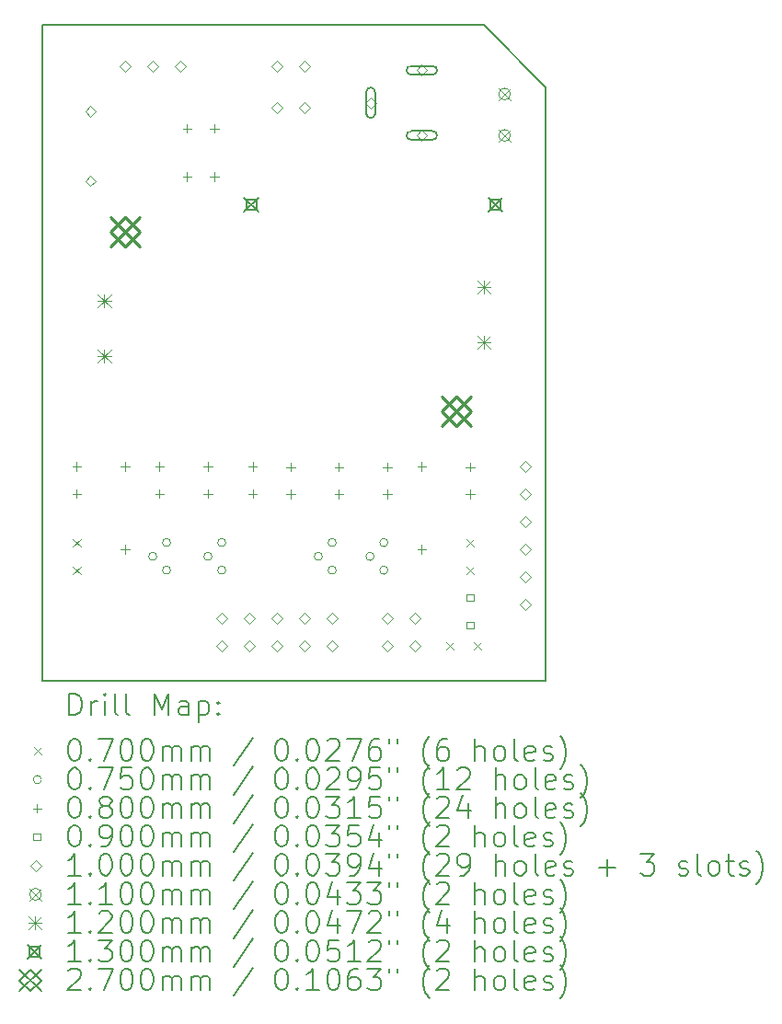
<source format=gbr>
%FSLAX45Y45*%
G04 Gerber Fmt 4.5, Leading zero omitted, Abs format (unit mm)*
G04 Created by KiCad (PCBNEW 6.0.4+dfsg-1+b1) date 2022-04-24 01:26:00*
%MOMM*%
%LPD*%
G01*
G04 APERTURE LIST*
%TA.AperFunction,Profile*%
%ADD10C,0.150000*%
%TD*%
%ADD11C,0.200000*%
%ADD12C,0.070000*%
%ADD13C,0.075000*%
%ADD14C,0.080000*%
%ADD15C,0.090000*%
%ADD16C,0.100000*%
%ADD17C,0.110000*%
%ADD18C,0.120000*%
%ADD19C,0.130000*%
%ADD20C,0.270000*%
G04 APERTURE END LIST*
D10*
X6096000Y-7239000D02*
X1460500Y-7239000D01*
X1460500Y-1206500D02*
X5524500Y-1206500D01*
X6096000Y-1778000D02*
X6096000Y-7239000D01*
X1460500Y-7239000D02*
X1460500Y-1206500D01*
X5524500Y-1206500D02*
X6096000Y-1778000D01*
D11*
D12*
X1743000Y-5934000D02*
X1813000Y-6004000D01*
X1813000Y-5934000D02*
X1743000Y-6004000D01*
X1743000Y-6188000D02*
X1813000Y-6258000D01*
X1813000Y-6188000D02*
X1743000Y-6258000D01*
X5177000Y-6886500D02*
X5247000Y-6956500D01*
X5247000Y-6886500D02*
X5177000Y-6956500D01*
X5362500Y-5934000D02*
X5432500Y-6004000D01*
X5432500Y-5934000D02*
X5362500Y-6004000D01*
X5362500Y-6188000D02*
X5432500Y-6258000D01*
X5432500Y-6188000D02*
X5362500Y-6258000D01*
X5431000Y-6886500D02*
X5501000Y-6956500D01*
X5501000Y-6886500D02*
X5431000Y-6956500D01*
D13*
X2514000Y-6096000D02*
G75*
G03*
X2514000Y-6096000I-37500J0D01*
G01*
X2641000Y-5969000D02*
G75*
G03*
X2641000Y-5969000I-37500J0D01*
G01*
X2641000Y-6223000D02*
G75*
G03*
X2641000Y-6223000I-37500J0D01*
G01*
X3022000Y-6096000D02*
G75*
G03*
X3022000Y-6096000I-37500J0D01*
G01*
X3149000Y-5969000D02*
G75*
G03*
X3149000Y-5969000I-37500J0D01*
G01*
X3149000Y-6223000D02*
G75*
G03*
X3149000Y-6223000I-37500J0D01*
G01*
X4038000Y-6096000D02*
G75*
G03*
X4038000Y-6096000I-37500J0D01*
G01*
X4165000Y-5969000D02*
G75*
G03*
X4165000Y-5969000I-37500J0D01*
G01*
X4165000Y-6223000D02*
G75*
G03*
X4165000Y-6223000I-37500J0D01*
G01*
X4514250Y-6096000D02*
G75*
G03*
X4514250Y-6096000I-37500J0D01*
G01*
X4641250Y-5969000D02*
G75*
G03*
X4641250Y-5969000I-37500J0D01*
G01*
X4641250Y-6223000D02*
G75*
G03*
X4641250Y-6223000I-37500J0D01*
G01*
D14*
X1778000Y-5230500D02*
X1778000Y-5310500D01*
X1738000Y-5270500D02*
X1818000Y-5270500D01*
X1778000Y-5480500D02*
X1778000Y-5560500D01*
X1738000Y-5520500D02*
X1818000Y-5520500D01*
X2222500Y-5230500D02*
X2222500Y-5310500D01*
X2182500Y-5270500D02*
X2262500Y-5270500D01*
X2222500Y-5992500D02*
X2222500Y-6072500D01*
X2182500Y-6032500D02*
X2262500Y-6032500D01*
X2540000Y-5230500D02*
X2540000Y-5310500D01*
X2500000Y-5270500D02*
X2580000Y-5270500D01*
X2540000Y-5480500D02*
X2540000Y-5560500D01*
X2500000Y-5520500D02*
X2580000Y-5520500D01*
X2794000Y-2119000D02*
X2794000Y-2199000D01*
X2754000Y-2159000D02*
X2834000Y-2159000D01*
X2794000Y-2563500D02*
X2794000Y-2643500D01*
X2754000Y-2603500D02*
X2834000Y-2603500D01*
X2984500Y-5230500D02*
X2984500Y-5310500D01*
X2944500Y-5270500D02*
X3024500Y-5270500D01*
X2984500Y-5480500D02*
X2984500Y-5560500D01*
X2944500Y-5520500D02*
X3024500Y-5520500D01*
X3044000Y-2119000D02*
X3044000Y-2199000D01*
X3004000Y-2159000D02*
X3084000Y-2159000D01*
X3044000Y-2563500D02*
X3044000Y-2643500D01*
X3004000Y-2603500D02*
X3084000Y-2603500D01*
X3397250Y-5230500D02*
X3397250Y-5310500D01*
X3357250Y-5270500D02*
X3437250Y-5270500D01*
X3397250Y-5480500D02*
X3397250Y-5560500D01*
X3357250Y-5520500D02*
X3437250Y-5520500D01*
X3746500Y-5234500D02*
X3746500Y-5314500D01*
X3706500Y-5274500D02*
X3786500Y-5274500D01*
X3746500Y-5484500D02*
X3746500Y-5564500D01*
X3706500Y-5524500D02*
X3786500Y-5524500D01*
X4191000Y-5234500D02*
X4191000Y-5314500D01*
X4151000Y-5274500D02*
X4231000Y-5274500D01*
X4191000Y-5484500D02*
X4191000Y-5564500D01*
X4151000Y-5524500D02*
X4231000Y-5524500D01*
X4635500Y-5234500D02*
X4635500Y-5314500D01*
X4595500Y-5274500D02*
X4675500Y-5274500D01*
X4635500Y-5484500D02*
X4635500Y-5564500D01*
X4595500Y-5524500D02*
X4675500Y-5524500D01*
X4953000Y-5230500D02*
X4953000Y-5310500D01*
X4913000Y-5270500D02*
X4993000Y-5270500D01*
X4953000Y-5992500D02*
X4953000Y-6072500D01*
X4913000Y-6032500D02*
X4993000Y-6032500D01*
X5397500Y-5234500D02*
X5397500Y-5314500D01*
X5357500Y-5274500D02*
X5437500Y-5274500D01*
X5397500Y-5484500D02*
X5397500Y-5564500D01*
X5357500Y-5524500D02*
X5437500Y-5524500D01*
D15*
X5429320Y-6508820D02*
X5429320Y-6445180D01*
X5365680Y-6445180D01*
X5365680Y-6508820D01*
X5429320Y-6508820D01*
X5429320Y-6762820D02*
X5429320Y-6699180D01*
X5365680Y-6699180D01*
X5365680Y-6762820D01*
X5429320Y-6762820D01*
D16*
X1905000Y-2050250D02*
X1955000Y-2000250D01*
X1905000Y-1950250D01*
X1855000Y-2000250D01*
X1905000Y-2050250D01*
X1905000Y-2690250D02*
X1955000Y-2640250D01*
X1905000Y-2590250D01*
X1855000Y-2640250D01*
X1905000Y-2690250D01*
X2222500Y-1637500D02*
X2272500Y-1587500D01*
X2222500Y-1537500D01*
X2172500Y-1587500D01*
X2222500Y-1637500D01*
X2476500Y-1637500D02*
X2526500Y-1587500D01*
X2476500Y-1537500D01*
X2426500Y-1587500D01*
X2476500Y-1637500D01*
X2730500Y-1637500D02*
X2780500Y-1587500D01*
X2730500Y-1537500D01*
X2680500Y-1587500D01*
X2730500Y-1637500D01*
X3111500Y-6717500D02*
X3161500Y-6667500D01*
X3111500Y-6617500D01*
X3061500Y-6667500D01*
X3111500Y-6717500D01*
X3111500Y-6971500D02*
X3161500Y-6921500D01*
X3111500Y-6871500D01*
X3061500Y-6921500D01*
X3111500Y-6971500D01*
X3365500Y-6717500D02*
X3415500Y-6667500D01*
X3365500Y-6617500D01*
X3315500Y-6667500D01*
X3365500Y-6717500D01*
X3365500Y-6971500D02*
X3415500Y-6921500D01*
X3365500Y-6871500D01*
X3315500Y-6921500D01*
X3365500Y-6971500D01*
X3619500Y-1637500D02*
X3669500Y-1587500D01*
X3619500Y-1537500D01*
X3569500Y-1587500D01*
X3619500Y-1637500D01*
X3619500Y-2018500D02*
X3669500Y-1968500D01*
X3619500Y-1918500D01*
X3569500Y-1968500D01*
X3619500Y-2018500D01*
X3619500Y-6717500D02*
X3669500Y-6667500D01*
X3619500Y-6617500D01*
X3569500Y-6667500D01*
X3619500Y-6717500D01*
X3619500Y-6971500D02*
X3669500Y-6921500D01*
X3619500Y-6871500D01*
X3569500Y-6921500D01*
X3619500Y-6971500D01*
X3873500Y-1637500D02*
X3923500Y-1587500D01*
X3873500Y-1537500D01*
X3823500Y-1587500D01*
X3873500Y-1637500D01*
X3873500Y-2018500D02*
X3923500Y-1968500D01*
X3873500Y-1918500D01*
X3823500Y-1968500D01*
X3873500Y-2018500D01*
X3873500Y-6717500D02*
X3923500Y-6667500D01*
X3873500Y-6617500D01*
X3823500Y-6667500D01*
X3873500Y-6717500D01*
X3873500Y-6971500D02*
X3923500Y-6921500D01*
X3873500Y-6871500D01*
X3823500Y-6921500D01*
X3873500Y-6971500D01*
X4127500Y-6717500D02*
X4177500Y-6667500D01*
X4127500Y-6617500D01*
X4077500Y-6667500D01*
X4127500Y-6717500D01*
X4127500Y-6971500D02*
X4177500Y-6921500D01*
X4127500Y-6871500D01*
X4077500Y-6921500D01*
X4127500Y-6971500D01*
X4483000Y-1972500D02*
X4533000Y-1922500D01*
X4483000Y-1872500D01*
X4433000Y-1922500D01*
X4483000Y-1972500D01*
D11*
X4443000Y-1822500D02*
X4443000Y-2022500D01*
X4523000Y-1822500D02*
X4523000Y-2022500D01*
X4443000Y-2022500D02*
G75*
G03*
X4523000Y-2022500I40000J0D01*
G01*
X4523000Y-1822500D02*
G75*
G03*
X4443000Y-1822500I-40000J0D01*
G01*
D16*
X4635500Y-6717500D02*
X4685500Y-6667500D01*
X4635500Y-6617500D01*
X4585500Y-6667500D01*
X4635500Y-6717500D01*
X4635500Y-6971500D02*
X4685500Y-6921500D01*
X4635500Y-6871500D01*
X4585500Y-6921500D01*
X4635500Y-6971500D01*
X4889500Y-6717500D02*
X4939500Y-6667500D01*
X4889500Y-6617500D01*
X4839500Y-6667500D01*
X4889500Y-6717500D01*
X4889500Y-6971500D02*
X4939500Y-6921500D01*
X4889500Y-6871500D01*
X4839500Y-6921500D01*
X4889500Y-6971500D01*
X4953000Y-1672500D02*
X5003000Y-1622500D01*
X4953000Y-1572500D01*
X4903000Y-1622500D01*
X4953000Y-1672500D01*
D11*
X5053000Y-1582500D02*
X4853000Y-1582500D01*
X5053000Y-1662500D02*
X4853000Y-1662500D01*
X4853000Y-1582500D02*
G75*
G03*
X4853000Y-1662500I0J-40000D01*
G01*
X5053000Y-1662500D02*
G75*
G03*
X5053000Y-1582500I0J40000D01*
G01*
D16*
X4953000Y-2272500D02*
X5003000Y-2222500D01*
X4953000Y-2172500D01*
X4903000Y-2222500D01*
X4953000Y-2272500D01*
D11*
X5053000Y-2182500D02*
X4853000Y-2182500D01*
X5053000Y-2262500D02*
X4853000Y-2262500D01*
X4853000Y-2182500D02*
G75*
G03*
X4853000Y-2262500I0J-40000D01*
G01*
X5053000Y-2262500D02*
G75*
G03*
X5053000Y-2182500I0J40000D01*
G01*
D16*
X5905500Y-5320500D02*
X5955500Y-5270500D01*
X5905500Y-5220500D01*
X5855500Y-5270500D01*
X5905500Y-5320500D01*
X5905500Y-5574500D02*
X5955500Y-5524500D01*
X5905500Y-5474500D01*
X5855500Y-5524500D01*
X5905500Y-5574500D01*
X5905500Y-5828500D02*
X5955500Y-5778500D01*
X5905500Y-5728500D01*
X5855500Y-5778500D01*
X5905500Y-5828500D01*
X5905500Y-6082500D02*
X5955500Y-6032500D01*
X5905500Y-5982500D01*
X5855500Y-6032500D01*
X5905500Y-6082500D01*
X5905500Y-6336500D02*
X5955500Y-6286500D01*
X5905500Y-6236500D01*
X5855500Y-6286500D01*
X5905500Y-6336500D01*
X5905500Y-6590500D02*
X5955500Y-6540500D01*
X5905500Y-6490500D01*
X5855500Y-6540500D01*
X5905500Y-6590500D01*
D17*
X5660000Y-1786500D02*
X5770000Y-1896500D01*
X5770000Y-1786500D02*
X5660000Y-1896500D01*
X5770000Y-1841500D02*
G75*
G03*
X5770000Y-1841500I-55000J0D01*
G01*
X5660000Y-2167500D02*
X5770000Y-2277500D01*
X5770000Y-2167500D02*
X5660000Y-2277500D01*
X5770000Y-2222500D02*
G75*
G03*
X5770000Y-2222500I-55000J0D01*
G01*
D18*
X1972000Y-3686500D02*
X2092000Y-3806500D01*
X2092000Y-3686500D02*
X1972000Y-3806500D01*
X2032000Y-3686500D02*
X2032000Y-3806500D01*
X1972000Y-3746500D02*
X2092000Y-3746500D01*
X1972000Y-4194500D02*
X2092000Y-4314500D01*
X2092000Y-4194500D02*
X1972000Y-4314500D01*
X2032000Y-4194500D02*
X2032000Y-4314500D01*
X1972000Y-4254500D02*
X2092000Y-4254500D01*
X5464500Y-3559500D02*
X5584500Y-3679500D01*
X5584500Y-3559500D02*
X5464500Y-3679500D01*
X5524500Y-3559500D02*
X5524500Y-3679500D01*
X5464500Y-3619500D02*
X5584500Y-3619500D01*
X5464500Y-4067500D02*
X5584500Y-4187500D01*
X5584500Y-4067500D02*
X5464500Y-4187500D01*
X5524500Y-4067500D02*
X5524500Y-4187500D01*
X5464500Y-4127500D02*
X5584500Y-4127500D01*
D19*
X3318500Y-2792500D02*
X3448500Y-2922500D01*
X3448500Y-2792500D02*
X3318500Y-2922500D01*
X3429462Y-2903462D02*
X3429462Y-2811538D01*
X3337538Y-2811538D01*
X3337538Y-2903462D01*
X3429462Y-2903462D01*
X5568500Y-2792500D02*
X5698500Y-2922500D01*
X5698500Y-2792500D02*
X5568500Y-2922500D01*
X5679462Y-2903462D02*
X5679462Y-2811538D01*
X5587538Y-2811538D01*
X5587538Y-2903462D01*
X5679462Y-2903462D01*
D20*
X2087500Y-2976500D02*
X2357500Y-3246500D01*
X2357500Y-2976500D02*
X2087500Y-3246500D01*
X2222500Y-3246500D02*
X2357500Y-3111500D01*
X2222500Y-2976500D01*
X2087500Y-3111500D01*
X2222500Y-3246500D01*
X5135500Y-4627500D02*
X5405500Y-4897500D01*
X5405500Y-4627500D02*
X5135500Y-4897500D01*
X5270500Y-4897500D02*
X5405500Y-4762500D01*
X5270500Y-4627500D01*
X5135500Y-4762500D01*
X5270500Y-4897500D01*
D11*
X1710619Y-7556976D02*
X1710619Y-7356976D01*
X1758238Y-7356976D01*
X1786809Y-7366500D01*
X1805857Y-7385548D01*
X1815381Y-7404595D01*
X1824905Y-7442690D01*
X1824905Y-7471262D01*
X1815381Y-7509357D01*
X1805857Y-7528405D01*
X1786809Y-7547452D01*
X1758238Y-7556976D01*
X1710619Y-7556976D01*
X1910619Y-7556976D02*
X1910619Y-7423643D01*
X1910619Y-7461738D02*
X1920143Y-7442690D01*
X1929667Y-7433167D01*
X1948714Y-7423643D01*
X1967762Y-7423643D01*
X2034428Y-7556976D02*
X2034428Y-7423643D01*
X2034428Y-7356976D02*
X2024905Y-7366500D01*
X2034428Y-7376024D01*
X2043952Y-7366500D01*
X2034428Y-7356976D01*
X2034428Y-7376024D01*
X2158238Y-7556976D02*
X2139190Y-7547452D01*
X2129667Y-7528405D01*
X2129667Y-7356976D01*
X2263000Y-7556976D02*
X2243952Y-7547452D01*
X2234429Y-7528405D01*
X2234429Y-7356976D01*
X2491571Y-7556976D02*
X2491571Y-7356976D01*
X2558238Y-7499833D01*
X2624905Y-7356976D01*
X2624905Y-7556976D01*
X2805857Y-7556976D02*
X2805857Y-7452214D01*
X2796333Y-7433167D01*
X2777286Y-7423643D01*
X2739190Y-7423643D01*
X2720143Y-7433167D01*
X2805857Y-7547452D02*
X2786810Y-7556976D01*
X2739190Y-7556976D01*
X2720143Y-7547452D01*
X2710619Y-7528405D01*
X2710619Y-7509357D01*
X2720143Y-7490309D01*
X2739190Y-7480786D01*
X2786810Y-7480786D01*
X2805857Y-7471262D01*
X2901095Y-7423643D02*
X2901095Y-7623643D01*
X2901095Y-7433167D02*
X2920143Y-7423643D01*
X2958238Y-7423643D01*
X2977286Y-7433167D01*
X2986809Y-7442690D01*
X2996333Y-7461738D01*
X2996333Y-7518881D01*
X2986809Y-7537928D01*
X2977286Y-7547452D01*
X2958238Y-7556976D01*
X2920143Y-7556976D01*
X2901095Y-7547452D01*
X3082048Y-7537928D02*
X3091571Y-7547452D01*
X3082048Y-7556976D01*
X3072524Y-7547452D01*
X3082048Y-7537928D01*
X3082048Y-7556976D01*
X3082048Y-7433167D02*
X3091571Y-7442690D01*
X3082048Y-7452214D01*
X3072524Y-7442690D01*
X3082048Y-7433167D01*
X3082048Y-7452214D01*
D12*
X1383000Y-7851500D02*
X1453000Y-7921500D01*
X1453000Y-7851500D02*
X1383000Y-7921500D01*
D11*
X1748714Y-7776976D02*
X1767762Y-7776976D01*
X1786809Y-7786500D01*
X1796333Y-7796024D01*
X1805857Y-7815071D01*
X1815381Y-7853167D01*
X1815381Y-7900786D01*
X1805857Y-7938881D01*
X1796333Y-7957928D01*
X1786809Y-7967452D01*
X1767762Y-7976976D01*
X1748714Y-7976976D01*
X1729667Y-7967452D01*
X1720143Y-7957928D01*
X1710619Y-7938881D01*
X1701095Y-7900786D01*
X1701095Y-7853167D01*
X1710619Y-7815071D01*
X1720143Y-7796024D01*
X1729667Y-7786500D01*
X1748714Y-7776976D01*
X1901095Y-7957928D02*
X1910619Y-7967452D01*
X1901095Y-7976976D01*
X1891571Y-7967452D01*
X1901095Y-7957928D01*
X1901095Y-7976976D01*
X1977286Y-7776976D02*
X2110619Y-7776976D01*
X2024905Y-7976976D01*
X2224905Y-7776976D02*
X2243952Y-7776976D01*
X2263000Y-7786500D01*
X2272524Y-7796024D01*
X2282048Y-7815071D01*
X2291571Y-7853167D01*
X2291571Y-7900786D01*
X2282048Y-7938881D01*
X2272524Y-7957928D01*
X2263000Y-7967452D01*
X2243952Y-7976976D01*
X2224905Y-7976976D01*
X2205857Y-7967452D01*
X2196333Y-7957928D01*
X2186810Y-7938881D01*
X2177286Y-7900786D01*
X2177286Y-7853167D01*
X2186810Y-7815071D01*
X2196333Y-7796024D01*
X2205857Y-7786500D01*
X2224905Y-7776976D01*
X2415381Y-7776976D02*
X2434429Y-7776976D01*
X2453476Y-7786500D01*
X2463000Y-7796024D01*
X2472524Y-7815071D01*
X2482048Y-7853167D01*
X2482048Y-7900786D01*
X2472524Y-7938881D01*
X2463000Y-7957928D01*
X2453476Y-7967452D01*
X2434429Y-7976976D01*
X2415381Y-7976976D01*
X2396333Y-7967452D01*
X2386810Y-7957928D01*
X2377286Y-7938881D01*
X2367762Y-7900786D01*
X2367762Y-7853167D01*
X2377286Y-7815071D01*
X2386810Y-7796024D01*
X2396333Y-7786500D01*
X2415381Y-7776976D01*
X2567762Y-7976976D02*
X2567762Y-7843643D01*
X2567762Y-7862690D02*
X2577286Y-7853167D01*
X2596333Y-7843643D01*
X2624905Y-7843643D01*
X2643952Y-7853167D01*
X2653476Y-7872214D01*
X2653476Y-7976976D01*
X2653476Y-7872214D02*
X2663000Y-7853167D01*
X2682048Y-7843643D01*
X2710619Y-7843643D01*
X2729667Y-7853167D01*
X2739190Y-7872214D01*
X2739190Y-7976976D01*
X2834428Y-7976976D02*
X2834428Y-7843643D01*
X2834428Y-7862690D02*
X2843952Y-7853167D01*
X2863000Y-7843643D01*
X2891571Y-7843643D01*
X2910619Y-7853167D01*
X2920143Y-7872214D01*
X2920143Y-7976976D01*
X2920143Y-7872214D02*
X2929667Y-7853167D01*
X2948714Y-7843643D01*
X2977286Y-7843643D01*
X2996333Y-7853167D01*
X3005857Y-7872214D01*
X3005857Y-7976976D01*
X3396333Y-7767452D02*
X3224905Y-8024595D01*
X3653476Y-7776976D02*
X3672524Y-7776976D01*
X3691571Y-7786500D01*
X3701095Y-7796024D01*
X3710619Y-7815071D01*
X3720143Y-7853167D01*
X3720143Y-7900786D01*
X3710619Y-7938881D01*
X3701095Y-7957928D01*
X3691571Y-7967452D01*
X3672524Y-7976976D01*
X3653476Y-7976976D01*
X3634428Y-7967452D01*
X3624905Y-7957928D01*
X3615381Y-7938881D01*
X3605857Y-7900786D01*
X3605857Y-7853167D01*
X3615381Y-7815071D01*
X3624905Y-7796024D01*
X3634428Y-7786500D01*
X3653476Y-7776976D01*
X3805857Y-7957928D02*
X3815381Y-7967452D01*
X3805857Y-7976976D01*
X3796333Y-7967452D01*
X3805857Y-7957928D01*
X3805857Y-7976976D01*
X3939190Y-7776976D02*
X3958238Y-7776976D01*
X3977286Y-7786500D01*
X3986809Y-7796024D01*
X3996333Y-7815071D01*
X4005857Y-7853167D01*
X4005857Y-7900786D01*
X3996333Y-7938881D01*
X3986809Y-7957928D01*
X3977286Y-7967452D01*
X3958238Y-7976976D01*
X3939190Y-7976976D01*
X3920143Y-7967452D01*
X3910619Y-7957928D01*
X3901095Y-7938881D01*
X3891571Y-7900786D01*
X3891571Y-7853167D01*
X3901095Y-7815071D01*
X3910619Y-7796024D01*
X3920143Y-7786500D01*
X3939190Y-7776976D01*
X4082048Y-7796024D02*
X4091571Y-7786500D01*
X4110619Y-7776976D01*
X4158238Y-7776976D01*
X4177286Y-7786500D01*
X4186809Y-7796024D01*
X4196333Y-7815071D01*
X4196333Y-7834119D01*
X4186809Y-7862690D01*
X4072524Y-7976976D01*
X4196333Y-7976976D01*
X4263000Y-7776976D02*
X4396333Y-7776976D01*
X4310619Y-7976976D01*
X4558238Y-7776976D02*
X4520143Y-7776976D01*
X4501095Y-7786500D01*
X4491571Y-7796024D01*
X4472524Y-7824595D01*
X4463000Y-7862690D01*
X4463000Y-7938881D01*
X4472524Y-7957928D01*
X4482048Y-7967452D01*
X4501095Y-7976976D01*
X4539190Y-7976976D01*
X4558238Y-7967452D01*
X4567762Y-7957928D01*
X4577286Y-7938881D01*
X4577286Y-7891262D01*
X4567762Y-7872214D01*
X4558238Y-7862690D01*
X4539190Y-7853167D01*
X4501095Y-7853167D01*
X4482048Y-7862690D01*
X4472524Y-7872214D01*
X4463000Y-7891262D01*
X4653476Y-7776976D02*
X4653476Y-7815071D01*
X4729667Y-7776976D02*
X4729667Y-7815071D01*
X5024905Y-8053167D02*
X5015381Y-8043643D01*
X4996333Y-8015071D01*
X4986810Y-7996024D01*
X4977286Y-7967452D01*
X4967762Y-7919833D01*
X4967762Y-7881738D01*
X4977286Y-7834119D01*
X4986810Y-7805548D01*
X4996333Y-7786500D01*
X5015381Y-7757928D01*
X5024905Y-7748405D01*
X5186810Y-7776976D02*
X5148714Y-7776976D01*
X5129667Y-7786500D01*
X5120143Y-7796024D01*
X5101095Y-7824595D01*
X5091571Y-7862690D01*
X5091571Y-7938881D01*
X5101095Y-7957928D01*
X5110619Y-7967452D01*
X5129667Y-7976976D01*
X5167762Y-7976976D01*
X5186810Y-7967452D01*
X5196333Y-7957928D01*
X5205857Y-7938881D01*
X5205857Y-7891262D01*
X5196333Y-7872214D01*
X5186810Y-7862690D01*
X5167762Y-7853167D01*
X5129667Y-7853167D01*
X5110619Y-7862690D01*
X5101095Y-7872214D01*
X5091571Y-7891262D01*
X5443952Y-7976976D02*
X5443952Y-7776976D01*
X5529667Y-7976976D02*
X5529667Y-7872214D01*
X5520143Y-7853167D01*
X5501095Y-7843643D01*
X5472524Y-7843643D01*
X5453476Y-7853167D01*
X5443952Y-7862690D01*
X5653476Y-7976976D02*
X5634428Y-7967452D01*
X5624905Y-7957928D01*
X5615381Y-7938881D01*
X5615381Y-7881738D01*
X5624905Y-7862690D01*
X5634428Y-7853167D01*
X5653476Y-7843643D01*
X5682048Y-7843643D01*
X5701095Y-7853167D01*
X5710619Y-7862690D01*
X5720143Y-7881738D01*
X5720143Y-7938881D01*
X5710619Y-7957928D01*
X5701095Y-7967452D01*
X5682048Y-7976976D01*
X5653476Y-7976976D01*
X5834428Y-7976976D02*
X5815381Y-7967452D01*
X5805857Y-7948405D01*
X5805857Y-7776976D01*
X5986809Y-7967452D02*
X5967762Y-7976976D01*
X5929667Y-7976976D01*
X5910619Y-7967452D01*
X5901095Y-7948405D01*
X5901095Y-7872214D01*
X5910619Y-7853167D01*
X5929667Y-7843643D01*
X5967762Y-7843643D01*
X5986809Y-7853167D01*
X5996333Y-7872214D01*
X5996333Y-7891262D01*
X5901095Y-7910309D01*
X6072524Y-7967452D02*
X6091571Y-7976976D01*
X6129667Y-7976976D01*
X6148714Y-7967452D01*
X6158238Y-7948405D01*
X6158238Y-7938881D01*
X6148714Y-7919833D01*
X6129667Y-7910309D01*
X6101095Y-7910309D01*
X6082048Y-7900786D01*
X6072524Y-7881738D01*
X6072524Y-7872214D01*
X6082048Y-7853167D01*
X6101095Y-7843643D01*
X6129667Y-7843643D01*
X6148714Y-7853167D01*
X6224905Y-8053167D02*
X6234428Y-8043643D01*
X6253476Y-8015071D01*
X6263000Y-7996024D01*
X6272524Y-7967452D01*
X6282048Y-7919833D01*
X6282048Y-7881738D01*
X6272524Y-7834119D01*
X6263000Y-7805548D01*
X6253476Y-7786500D01*
X6234428Y-7757928D01*
X6224905Y-7748405D01*
D13*
X1453000Y-8150500D02*
G75*
G03*
X1453000Y-8150500I-37500J0D01*
G01*
D11*
X1748714Y-8040976D02*
X1767762Y-8040976D01*
X1786809Y-8050500D01*
X1796333Y-8060024D01*
X1805857Y-8079071D01*
X1815381Y-8117167D01*
X1815381Y-8164786D01*
X1805857Y-8202881D01*
X1796333Y-8221928D01*
X1786809Y-8231452D01*
X1767762Y-8240976D01*
X1748714Y-8240976D01*
X1729667Y-8231452D01*
X1720143Y-8221928D01*
X1710619Y-8202881D01*
X1701095Y-8164786D01*
X1701095Y-8117167D01*
X1710619Y-8079071D01*
X1720143Y-8060024D01*
X1729667Y-8050500D01*
X1748714Y-8040976D01*
X1901095Y-8221928D02*
X1910619Y-8231452D01*
X1901095Y-8240976D01*
X1891571Y-8231452D01*
X1901095Y-8221928D01*
X1901095Y-8240976D01*
X1977286Y-8040976D02*
X2110619Y-8040976D01*
X2024905Y-8240976D01*
X2282048Y-8040976D02*
X2186810Y-8040976D01*
X2177286Y-8136214D01*
X2186810Y-8126690D01*
X2205857Y-8117167D01*
X2253476Y-8117167D01*
X2272524Y-8126690D01*
X2282048Y-8136214D01*
X2291571Y-8155262D01*
X2291571Y-8202881D01*
X2282048Y-8221928D01*
X2272524Y-8231452D01*
X2253476Y-8240976D01*
X2205857Y-8240976D01*
X2186810Y-8231452D01*
X2177286Y-8221928D01*
X2415381Y-8040976D02*
X2434429Y-8040976D01*
X2453476Y-8050500D01*
X2463000Y-8060024D01*
X2472524Y-8079071D01*
X2482048Y-8117167D01*
X2482048Y-8164786D01*
X2472524Y-8202881D01*
X2463000Y-8221928D01*
X2453476Y-8231452D01*
X2434429Y-8240976D01*
X2415381Y-8240976D01*
X2396333Y-8231452D01*
X2386810Y-8221928D01*
X2377286Y-8202881D01*
X2367762Y-8164786D01*
X2367762Y-8117167D01*
X2377286Y-8079071D01*
X2386810Y-8060024D01*
X2396333Y-8050500D01*
X2415381Y-8040976D01*
X2567762Y-8240976D02*
X2567762Y-8107643D01*
X2567762Y-8126690D02*
X2577286Y-8117167D01*
X2596333Y-8107643D01*
X2624905Y-8107643D01*
X2643952Y-8117167D01*
X2653476Y-8136214D01*
X2653476Y-8240976D01*
X2653476Y-8136214D02*
X2663000Y-8117167D01*
X2682048Y-8107643D01*
X2710619Y-8107643D01*
X2729667Y-8117167D01*
X2739190Y-8136214D01*
X2739190Y-8240976D01*
X2834428Y-8240976D02*
X2834428Y-8107643D01*
X2834428Y-8126690D02*
X2843952Y-8117167D01*
X2863000Y-8107643D01*
X2891571Y-8107643D01*
X2910619Y-8117167D01*
X2920143Y-8136214D01*
X2920143Y-8240976D01*
X2920143Y-8136214D02*
X2929667Y-8117167D01*
X2948714Y-8107643D01*
X2977286Y-8107643D01*
X2996333Y-8117167D01*
X3005857Y-8136214D01*
X3005857Y-8240976D01*
X3396333Y-8031452D02*
X3224905Y-8288595D01*
X3653476Y-8040976D02*
X3672524Y-8040976D01*
X3691571Y-8050500D01*
X3701095Y-8060024D01*
X3710619Y-8079071D01*
X3720143Y-8117167D01*
X3720143Y-8164786D01*
X3710619Y-8202881D01*
X3701095Y-8221928D01*
X3691571Y-8231452D01*
X3672524Y-8240976D01*
X3653476Y-8240976D01*
X3634428Y-8231452D01*
X3624905Y-8221928D01*
X3615381Y-8202881D01*
X3605857Y-8164786D01*
X3605857Y-8117167D01*
X3615381Y-8079071D01*
X3624905Y-8060024D01*
X3634428Y-8050500D01*
X3653476Y-8040976D01*
X3805857Y-8221928D02*
X3815381Y-8231452D01*
X3805857Y-8240976D01*
X3796333Y-8231452D01*
X3805857Y-8221928D01*
X3805857Y-8240976D01*
X3939190Y-8040976D02*
X3958238Y-8040976D01*
X3977286Y-8050500D01*
X3986809Y-8060024D01*
X3996333Y-8079071D01*
X4005857Y-8117167D01*
X4005857Y-8164786D01*
X3996333Y-8202881D01*
X3986809Y-8221928D01*
X3977286Y-8231452D01*
X3958238Y-8240976D01*
X3939190Y-8240976D01*
X3920143Y-8231452D01*
X3910619Y-8221928D01*
X3901095Y-8202881D01*
X3891571Y-8164786D01*
X3891571Y-8117167D01*
X3901095Y-8079071D01*
X3910619Y-8060024D01*
X3920143Y-8050500D01*
X3939190Y-8040976D01*
X4082048Y-8060024D02*
X4091571Y-8050500D01*
X4110619Y-8040976D01*
X4158238Y-8040976D01*
X4177286Y-8050500D01*
X4186809Y-8060024D01*
X4196333Y-8079071D01*
X4196333Y-8098119D01*
X4186809Y-8126690D01*
X4072524Y-8240976D01*
X4196333Y-8240976D01*
X4291571Y-8240976D02*
X4329667Y-8240976D01*
X4348714Y-8231452D01*
X4358238Y-8221928D01*
X4377286Y-8193357D01*
X4386810Y-8155262D01*
X4386810Y-8079071D01*
X4377286Y-8060024D01*
X4367762Y-8050500D01*
X4348714Y-8040976D01*
X4310619Y-8040976D01*
X4291571Y-8050500D01*
X4282048Y-8060024D01*
X4272524Y-8079071D01*
X4272524Y-8126690D01*
X4282048Y-8145738D01*
X4291571Y-8155262D01*
X4310619Y-8164786D01*
X4348714Y-8164786D01*
X4367762Y-8155262D01*
X4377286Y-8145738D01*
X4386810Y-8126690D01*
X4567762Y-8040976D02*
X4472524Y-8040976D01*
X4463000Y-8136214D01*
X4472524Y-8126690D01*
X4491571Y-8117167D01*
X4539190Y-8117167D01*
X4558238Y-8126690D01*
X4567762Y-8136214D01*
X4577286Y-8155262D01*
X4577286Y-8202881D01*
X4567762Y-8221928D01*
X4558238Y-8231452D01*
X4539190Y-8240976D01*
X4491571Y-8240976D01*
X4472524Y-8231452D01*
X4463000Y-8221928D01*
X4653476Y-8040976D02*
X4653476Y-8079071D01*
X4729667Y-8040976D02*
X4729667Y-8079071D01*
X5024905Y-8317167D02*
X5015381Y-8307643D01*
X4996333Y-8279071D01*
X4986810Y-8260024D01*
X4977286Y-8231452D01*
X4967762Y-8183833D01*
X4967762Y-8145738D01*
X4977286Y-8098119D01*
X4986810Y-8069548D01*
X4996333Y-8050500D01*
X5015381Y-8021928D01*
X5024905Y-8012405D01*
X5205857Y-8240976D02*
X5091571Y-8240976D01*
X5148714Y-8240976D02*
X5148714Y-8040976D01*
X5129667Y-8069548D01*
X5110619Y-8088595D01*
X5091571Y-8098119D01*
X5282048Y-8060024D02*
X5291571Y-8050500D01*
X5310619Y-8040976D01*
X5358238Y-8040976D01*
X5377286Y-8050500D01*
X5386810Y-8060024D01*
X5396333Y-8079071D01*
X5396333Y-8098119D01*
X5386810Y-8126690D01*
X5272524Y-8240976D01*
X5396333Y-8240976D01*
X5634428Y-8240976D02*
X5634428Y-8040976D01*
X5720143Y-8240976D02*
X5720143Y-8136214D01*
X5710619Y-8117167D01*
X5691571Y-8107643D01*
X5663000Y-8107643D01*
X5643952Y-8117167D01*
X5634428Y-8126690D01*
X5843952Y-8240976D02*
X5824905Y-8231452D01*
X5815381Y-8221928D01*
X5805857Y-8202881D01*
X5805857Y-8145738D01*
X5815381Y-8126690D01*
X5824905Y-8117167D01*
X5843952Y-8107643D01*
X5872524Y-8107643D01*
X5891571Y-8117167D01*
X5901095Y-8126690D01*
X5910619Y-8145738D01*
X5910619Y-8202881D01*
X5901095Y-8221928D01*
X5891571Y-8231452D01*
X5872524Y-8240976D01*
X5843952Y-8240976D01*
X6024905Y-8240976D02*
X6005857Y-8231452D01*
X5996333Y-8212405D01*
X5996333Y-8040976D01*
X6177286Y-8231452D02*
X6158238Y-8240976D01*
X6120143Y-8240976D01*
X6101095Y-8231452D01*
X6091571Y-8212405D01*
X6091571Y-8136214D01*
X6101095Y-8117167D01*
X6120143Y-8107643D01*
X6158238Y-8107643D01*
X6177286Y-8117167D01*
X6186809Y-8136214D01*
X6186809Y-8155262D01*
X6091571Y-8174309D01*
X6263000Y-8231452D02*
X6282048Y-8240976D01*
X6320143Y-8240976D01*
X6339190Y-8231452D01*
X6348714Y-8212405D01*
X6348714Y-8202881D01*
X6339190Y-8183833D01*
X6320143Y-8174309D01*
X6291571Y-8174309D01*
X6272524Y-8164786D01*
X6263000Y-8145738D01*
X6263000Y-8136214D01*
X6272524Y-8117167D01*
X6291571Y-8107643D01*
X6320143Y-8107643D01*
X6339190Y-8117167D01*
X6415381Y-8317167D02*
X6424905Y-8307643D01*
X6443952Y-8279071D01*
X6453476Y-8260024D01*
X6463000Y-8231452D01*
X6472524Y-8183833D01*
X6472524Y-8145738D01*
X6463000Y-8098119D01*
X6453476Y-8069548D01*
X6443952Y-8050500D01*
X6424905Y-8021928D01*
X6415381Y-8012405D01*
D14*
X1413000Y-8374500D02*
X1413000Y-8454500D01*
X1373000Y-8414500D02*
X1453000Y-8414500D01*
D11*
X1748714Y-8304976D02*
X1767762Y-8304976D01*
X1786809Y-8314500D01*
X1796333Y-8324024D01*
X1805857Y-8343071D01*
X1815381Y-8381167D01*
X1815381Y-8428786D01*
X1805857Y-8466881D01*
X1796333Y-8485929D01*
X1786809Y-8495452D01*
X1767762Y-8504976D01*
X1748714Y-8504976D01*
X1729667Y-8495452D01*
X1720143Y-8485929D01*
X1710619Y-8466881D01*
X1701095Y-8428786D01*
X1701095Y-8381167D01*
X1710619Y-8343071D01*
X1720143Y-8324024D01*
X1729667Y-8314500D01*
X1748714Y-8304976D01*
X1901095Y-8485929D02*
X1910619Y-8495452D01*
X1901095Y-8504976D01*
X1891571Y-8495452D01*
X1901095Y-8485929D01*
X1901095Y-8504976D01*
X2024905Y-8390690D02*
X2005857Y-8381167D01*
X1996333Y-8371643D01*
X1986809Y-8352595D01*
X1986809Y-8343071D01*
X1996333Y-8324024D01*
X2005857Y-8314500D01*
X2024905Y-8304976D01*
X2063000Y-8304976D01*
X2082048Y-8314500D01*
X2091571Y-8324024D01*
X2101095Y-8343071D01*
X2101095Y-8352595D01*
X2091571Y-8371643D01*
X2082048Y-8381167D01*
X2063000Y-8390690D01*
X2024905Y-8390690D01*
X2005857Y-8400214D01*
X1996333Y-8409738D01*
X1986809Y-8428786D01*
X1986809Y-8466881D01*
X1996333Y-8485929D01*
X2005857Y-8495452D01*
X2024905Y-8504976D01*
X2063000Y-8504976D01*
X2082048Y-8495452D01*
X2091571Y-8485929D01*
X2101095Y-8466881D01*
X2101095Y-8428786D01*
X2091571Y-8409738D01*
X2082048Y-8400214D01*
X2063000Y-8390690D01*
X2224905Y-8304976D02*
X2243952Y-8304976D01*
X2263000Y-8314500D01*
X2272524Y-8324024D01*
X2282048Y-8343071D01*
X2291571Y-8381167D01*
X2291571Y-8428786D01*
X2282048Y-8466881D01*
X2272524Y-8485929D01*
X2263000Y-8495452D01*
X2243952Y-8504976D01*
X2224905Y-8504976D01*
X2205857Y-8495452D01*
X2196333Y-8485929D01*
X2186810Y-8466881D01*
X2177286Y-8428786D01*
X2177286Y-8381167D01*
X2186810Y-8343071D01*
X2196333Y-8324024D01*
X2205857Y-8314500D01*
X2224905Y-8304976D01*
X2415381Y-8304976D02*
X2434429Y-8304976D01*
X2453476Y-8314500D01*
X2463000Y-8324024D01*
X2472524Y-8343071D01*
X2482048Y-8381167D01*
X2482048Y-8428786D01*
X2472524Y-8466881D01*
X2463000Y-8485929D01*
X2453476Y-8495452D01*
X2434429Y-8504976D01*
X2415381Y-8504976D01*
X2396333Y-8495452D01*
X2386810Y-8485929D01*
X2377286Y-8466881D01*
X2367762Y-8428786D01*
X2367762Y-8381167D01*
X2377286Y-8343071D01*
X2386810Y-8324024D01*
X2396333Y-8314500D01*
X2415381Y-8304976D01*
X2567762Y-8504976D02*
X2567762Y-8371643D01*
X2567762Y-8390690D02*
X2577286Y-8381167D01*
X2596333Y-8371643D01*
X2624905Y-8371643D01*
X2643952Y-8381167D01*
X2653476Y-8400214D01*
X2653476Y-8504976D01*
X2653476Y-8400214D02*
X2663000Y-8381167D01*
X2682048Y-8371643D01*
X2710619Y-8371643D01*
X2729667Y-8381167D01*
X2739190Y-8400214D01*
X2739190Y-8504976D01*
X2834428Y-8504976D02*
X2834428Y-8371643D01*
X2834428Y-8390690D02*
X2843952Y-8381167D01*
X2863000Y-8371643D01*
X2891571Y-8371643D01*
X2910619Y-8381167D01*
X2920143Y-8400214D01*
X2920143Y-8504976D01*
X2920143Y-8400214D02*
X2929667Y-8381167D01*
X2948714Y-8371643D01*
X2977286Y-8371643D01*
X2996333Y-8381167D01*
X3005857Y-8400214D01*
X3005857Y-8504976D01*
X3396333Y-8295452D02*
X3224905Y-8552595D01*
X3653476Y-8304976D02*
X3672524Y-8304976D01*
X3691571Y-8314500D01*
X3701095Y-8324024D01*
X3710619Y-8343071D01*
X3720143Y-8381167D01*
X3720143Y-8428786D01*
X3710619Y-8466881D01*
X3701095Y-8485929D01*
X3691571Y-8495452D01*
X3672524Y-8504976D01*
X3653476Y-8504976D01*
X3634428Y-8495452D01*
X3624905Y-8485929D01*
X3615381Y-8466881D01*
X3605857Y-8428786D01*
X3605857Y-8381167D01*
X3615381Y-8343071D01*
X3624905Y-8324024D01*
X3634428Y-8314500D01*
X3653476Y-8304976D01*
X3805857Y-8485929D02*
X3815381Y-8495452D01*
X3805857Y-8504976D01*
X3796333Y-8495452D01*
X3805857Y-8485929D01*
X3805857Y-8504976D01*
X3939190Y-8304976D02*
X3958238Y-8304976D01*
X3977286Y-8314500D01*
X3986809Y-8324024D01*
X3996333Y-8343071D01*
X4005857Y-8381167D01*
X4005857Y-8428786D01*
X3996333Y-8466881D01*
X3986809Y-8485929D01*
X3977286Y-8495452D01*
X3958238Y-8504976D01*
X3939190Y-8504976D01*
X3920143Y-8495452D01*
X3910619Y-8485929D01*
X3901095Y-8466881D01*
X3891571Y-8428786D01*
X3891571Y-8381167D01*
X3901095Y-8343071D01*
X3910619Y-8324024D01*
X3920143Y-8314500D01*
X3939190Y-8304976D01*
X4072524Y-8304976D02*
X4196333Y-8304976D01*
X4129667Y-8381167D01*
X4158238Y-8381167D01*
X4177286Y-8390690D01*
X4186809Y-8400214D01*
X4196333Y-8419262D01*
X4196333Y-8466881D01*
X4186809Y-8485929D01*
X4177286Y-8495452D01*
X4158238Y-8504976D01*
X4101095Y-8504976D01*
X4082048Y-8495452D01*
X4072524Y-8485929D01*
X4386810Y-8504976D02*
X4272524Y-8504976D01*
X4329667Y-8504976D02*
X4329667Y-8304976D01*
X4310619Y-8333548D01*
X4291571Y-8352595D01*
X4272524Y-8362119D01*
X4567762Y-8304976D02*
X4472524Y-8304976D01*
X4463000Y-8400214D01*
X4472524Y-8390690D01*
X4491571Y-8381167D01*
X4539190Y-8381167D01*
X4558238Y-8390690D01*
X4567762Y-8400214D01*
X4577286Y-8419262D01*
X4577286Y-8466881D01*
X4567762Y-8485929D01*
X4558238Y-8495452D01*
X4539190Y-8504976D01*
X4491571Y-8504976D01*
X4472524Y-8495452D01*
X4463000Y-8485929D01*
X4653476Y-8304976D02*
X4653476Y-8343071D01*
X4729667Y-8304976D02*
X4729667Y-8343071D01*
X5024905Y-8581167D02*
X5015381Y-8571643D01*
X4996333Y-8543071D01*
X4986810Y-8524024D01*
X4977286Y-8495452D01*
X4967762Y-8447833D01*
X4967762Y-8409738D01*
X4977286Y-8362119D01*
X4986810Y-8333548D01*
X4996333Y-8314500D01*
X5015381Y-8285928D01*
X5024905Y-8276405D01*
X5091571Y-8324024D02*
X5101095Y-8314500D01*
X5120143Y-8304976D01*
X5167762Y-8304976D01*
X5186810Y-8314500D01*
X5196333Y-8324024D01*
X5205857Y-8343071D01*
X5205857Y-8362119D01*
X5196333Y-8390690D01*
X5082048Y-8504976D01*
X5205857Y-8504976D01*
X5377286Y-8371643D02*
X5377286Y-8504976D01*
X5329667Y-8295452D02*
X5282048Y-8438310D01*
X5405857Y-8438310D01*
X5634428Y-8504976D02*
X5634428Y-8304976D01*
X5720143Y-8504976D02*
X5720143Y-8400214D01*
X5710619Y-8381167D01*
X5691571Y-8371643D01*
X5663000Y-8371643D01*
X5643952Y-8381167D01*
X5634428Y-8390690D01*
X5843952Y-8504976D02*
X5824905Y-8495452D01*
X5815381Y-8485929D01*
X5805857Y-8466881D01*
X5805857Y-8409738D01*
X5815381Y-8390690D01*
X5824905Y-8381167D01*
X5843952Y-8371643D01*
X5872524Y-8371643D01*
X5891571Y-8381167D01*
X5901095Y-8390690D01*
X5910619Y-8409738D01*
X5910619Y-8466881D01*
X5901095Y-8485929D01*
X5891571Y-8495452D01*
X5872524Y-8504976D01*
X5843952Y-8504976D01*
X6024905Y-8504976D02*
X6005857Y-8495452D01*
X5996333Y-8476405D01*
X5996333Y-8304976D01*
X6177286Y-8495452D02*
X6158238Y-8504976D01*
X6120143Y-8504976D01*
X6101095Y-8495452D01*
X6091571Y-8476405D01*
X6091571Y-8400214D01*
X6101095Y-8381167D01*
X6120143Y-8371643D01*
X6158238Y-8371643D01*
X6177286Y-8381167D01*
X6186809Y-8400214D01*
X6186809Y-8419262D01*
X6091571Y-8438310D01*
X6263000Y-8495452D02*
X6282048Y-8504976D01*
X6320143Y-8504976D01*
X6339190Y-8495452D01*
X6348714Y-8476405D01*
X6348714Y-8466881D01*
X6339190Y-8447833D01*
X6320143Y-8438310D01*
X6291571Y-8438310D01*
X6272524Y-8428786D01*
X6263000Y-8409738D01*
X6263000Y-8400214D01*
X6272524Y-8381167D01*
X6291571Y-8371643D01*
X6320143Y-8371643D01*
X6339190Y-8381167D01*
X6415381Y-8581167D02*
X6424905Y-8571643D01*
X6443952Y-8543071D01*
X6453476Y-8524024D01*
X6463000Y-8495452D01*
X6472524Y-8447833D01*
X6472524Y-8409738D01*
X6463000Y-8362119D01*
X6453476Y-8333548D01*
X6443952Y-8314500D01*
X6424905Y-8285928D01*
X6415381Y-8276405D01*
D15*
X1439820Y-8710320D02*
X1439820Y-8646680D01*
X1376180Y-8646680D01*
X1376180Y-8710320D01*
X1439820Y-8710320D01*
D11*
X1748714Y-8568976D02*
X1767762Y-8568976D01*
X1786809Y-8578500D01*
X1796333Y-8588024D01*
X1805857Y-8607071D01*
X1815381Y-8645167D01*
X1815381Y-8692786D01*
X1805857Y-8730881D01*
X1796333Y-8749929D01*
X1786809Y-8759452D01*
X1767762Y-8768976D01*
X1748714Y-8768976D01*
X1729667Y-8759452D01*
X1720143Y-8749929D01*
X1710619Y-8730881D01*
X1701095Y-8692786D01*
X1701095Y-8645167D01*
X1710619Y-8607071D01*
X1720143Y-8588024D01*
X1729667Y-8578500D01*
X1748714Y-8568976D01*
X1901095Y-8749929D02*
X1910619Y-8759452D01*
X1901095Y-8768976D01*
X1891571Y-8759452D01*
X1901095Y-8749929D01*
X1901095Y-8768976D01*
X2005857Y-8768976D02*
X2043952Y-8768976D01*
X2063000Y-8759452D01*
X2072524Y-8749929D01*
X2091571Y-8721357D01*
X2101095Y-8683262D01*
X2101095Y-8607071D01*
X2091571Y-8588024D01*
X2082048Y-8578500D01*
X2063000Y-8568976D01*
X2024905Y-8568976D01*
X2005857Y-8578500D01*
X1996333Y-8588024D01*
X1986809Y-8607071D01*
X1986809Y-8654690D01*
X1996333Y-8673738D01*
X2005857Y-8683262D01*
X2024905Y-8692786D01*
X2063000Y-8692786D01*
X2082048Y-8683262D01*
X2091571Y-8673738D01*
X2101095Y-8654690D01*
X2224905Y-8568976D02*
X2243952Y-8568976D01*
X2263000Y-8578500D01*
X2272524Y-8588024D01*
X2282048Y-8607071D01*
X2291571Y-8645167D01*
X2291571Y-8692786D01*
X2282048Y-8730881D01*
X2272524Y-8749929D01*
X2263000Y-8759452D01*
X2243952Y-8768976D01*
X2224905Y-8768976D01*
X2205857Y-8759452D01*
X2196333Y-8749929D01*
X2186810Y-8730881D01*
X2177286Y-8692786D01*
X2177286Y-8645167D01*
X2186810Y-8607071D01*
X2196333Y-8588024D01*
X2205857Y-8578500D01*
X2224905Y-8568976D01*
X2415381Y-8568976D02*
X2434429Y-8568976D01*
X2453476Y-8578500D01*
X2463000Y-8588024D01*
X2472524Y-8607071D01*
X2482048Y-8645167D01*
X2482048Y-8692786D01*
X2472524Y-8730881D01*
X2463000Y-8749929D01*
X2453476Y-8759452D01*
X2434429Y-8768976D01*
X2415381Y-8768976D01*
X2396333Y-8759452D01*
X2386810Y-8749929D01*
X2377286Y-8730881D01*
X2367762Y-8692786D01*
X2367762Y-8645167D01*
X2377286Y-8607071D01*
X2386810Y-8588024D01*
X2396333Y-8578500D01*
X2415381Y-8568976D01*
X2567762Y-8768976D02*
X2567762Y-8635643D01*
X2567762Y-8654690D02*
X2577286Y-8645167D01*
X2596333Y-8635643D01*
X2624905Y-8635643D01*
X2643952Y-8645167D01*
X2653476Y-8664214D01*
X2653476Y-8768976D01*
X2653476Y-8664214D02*
X2663000Y-8645167D01*
X2682048Y-8635643D01*
X2710619Y-8635643D01*
X2729667Y-8645167D01*
X2739190Y-8664214D01*
X2739190Y-8768976D01*
X2834428Y-8768976D02*
X2834428Y-8635643D01*
X2834428Y-8654690D02*
X2843952Y-8645167D01*
X2863000Y-8635643D01*
X2891571Y-8635643D01*
X2910619Y-8645167D01*
X2920143Y-8664214D01*
X2920143Y-8768976D01*
X2920143Y-8664214D02*
X2929667Y-8645167D01*
X2948714Y-8635643D01*
X2977286Y-8635643D01*
X2996333Y-8645167D01*
X3005857Y-8664214D01*
X3005857Y-8768976D01*
X3396333Y-8559452D02*
X3224905Y-8816595D01*
X3653476Y-8568976D02*
X3672524Y-8568976D01*
X3691571Y-8578500D01*
X3701095Y-8588024D01*
X3710619Y-8607071D01*
X3720143Y-8645167D01*
X3720143Y-8692786D01*
X3710619Y-8730881D01*
X3701095Y-8749929D01*
X3691571Y-8759452D01*
X3672524Y-8768976D01*
X3653476Y-8768976D01*
X3634428Y-8759452D01*
X3624905Y-8749929D01*
X3615381Y-8730881D01*
X3605857Y-8692786D01*
X3605857Y-8645167D01*
X3615381Y-8607071D01*
X3624905Y-8588024D01*
X3634428Y-8578500D01*
X3653476Y-8568976D01*
X3805857Y-8749929D02*
X3815381Y-8759452D01*
X3805857Y-8768976D01*
X3796333Y-8759452D01*
X3805857Y-8749929D01*
X3805857Y-8768976D01*
X3939190Y-8568976D02*
X3958238Y-8568976D01*
X3977286Y-8578500D01*
X3986809Y-8588024D01*
X3996333Y-8607071D01*
X4005857Y-8645167D01*
X4005857Y-8692786D01*
X3996333Y-8730881D01*
X3986809Y-8749929D01*
X3977286Y-8759452D01*
X3958238Y-8768976D01*
X3939190Y-8768976D01*
X3920143Y-8759452D01*
X3910619Y-8749929D01*
X3901095Y-8730881D01*
X3891571Y-8692786D01*
X3891571Y-8645167D01*
X3901095Y-8607071D01*
X3910619Y-8588024D01*
X3920143Y-8578500D01*
X3939190Y-8568976D01*
X4072524Y-8568976D02*
X4196333Y-8568976D01*
X4129667Y-8645167D01*
X4158238Y-8645167D01*
X4177286Y-8654690D01*
X4186809Y-8664214D01*
X4196333Y-8683262D01*
X4196333Y-8730881D01*
X4186809Y-8749929D01*
X4177286Y-8759452D01*
X4158238Y-8768976D01*
X4101095Y-8768976D01*
X4082048Y-8759452D01*
X4072524Y-8749929D01*
X4377286Y-8568976D02*
X4282048Y-8568976D01*
X4272524Y-8664214D01*
X4282048Y-8654690D01*
X4301095Y-8645167D01*
X4348714Y-8645167D01*
X4367762Y-8654690D01*
X4377286Y-8664214D01*
X4386810Y-8683262D01*
X4386810Y-8730881D01*
X4377286Y-8749929D01*
X4367762Y-8759452D01*
X4348714Y-8768976D01*
X4301095Y-8768976D01*
X4282048Y-8759452D01*
X4272524Y-8749929D01*
X4558238Y-8635643D02*
X4558238Y-8768976D01*
X4510619Y-8559452D02*
X4463000Y-8702310D01*
X4586810Y-8702310D01*
X4653476Y-8568976D02*
X4653476Y-8607071D01*
X4729667Y-8568976D02*
X4729667Y-8607071D01*
X5024905Y-8845167D02*
X5015381Y-8835643D01*
X4996333Y-8807071D01*
X4986810Y-8788024D01*
X4977286Y-8759452D01*
X4967762Y-8711833D01*
X4967762Y-8673738D01*
X4977286Y-8626119D01*
X4986810Y-8597548D01*
X4996333Y-8578500D01*
X5015381Y-8549929D01*
X5024905Y-8540405D01*
X5091571Y-8588024D02*
X5101095Y-8578500D01*
X5120143Y-8568976D01*
X5167762Y-8568976D01*
X5186810Y-8578500D01*
X5196333Y-8588024D01*
X5205857Y-8607071D01*
X5205857Y-8626119D01*
X5196333Y-8654690D01*
X5082048Y-8768976D01*
X5205857Y-8768976D01*
X5443952Y-8768976D02*
X5443952Y-8568976D01*
X5529667Y-8768976D02*
X5529667Y-8664214D01*
X5520143Y-8645167D01*
X5501095Y-8635643D01*
X5472524Y-8635643D01*
X5453476Y-8645167D01*
X5443952Y-8654690D01*
X5653476Y-8768976D02*
X5634428Y-8759452D01*
X5624905Y-8749929D01*
X5615381Y-8730881D01*
X5615381Y-8673738D01*
X5624905Y-8654690D01*
X5634428Y-8645167D01*
X5653476Y-8635643D01*
X5682048Y-8635643D01*
X5701095Y-8645167D01*
X5710619Y-8654690D01*
X5720143Y-8673738D01*
X5720143Y-8730881D01*
X5710619Y-8749929D01*
X5701095Y-8759452D01*
X5682048Y-8768976D01*
X5653476Y-8768976D01*
X5834428Y-8768976D02*
X5815381Y-8759452D01*
X5805857Y-8740405D01*
X5805857Y-8568976D01*
X5986809Y-8759452D02*
X5967762Y-8768976D01*
X5929667Y-8768976D01*
X5910619Y-8759452D01*
X5901095Y-8740405D01*
X5901095Y-8664214D01*
X5910619Y-8645167D01*
X5929667Y-8635643D01*
X5967762Y-8635643D01*
X5986809Y-8645167D01*
X5996333Y-8664214D01*
X5996333Y-8683262D01*
X5901095Y-8702310D01*
X6072524Y-8759452D02*
X6091571Y-8768976D01*
X6129667Y-8768976D01*
X6148714Y-8759452D01*
X6158238Y-8740405D01*
X6158238Y-8730881D01*
X6148714Y-8711833D01*
X6129667Y-8702310D01*
X6101095Y-8702310D01*
X6082048Y-8692786D01*
X6072524Y-8673738D01*
X6072524Y-8664214D01*
X6082048Y-8645167D01*
X6101095Y-8635643D01*
X6129667Y-8635643D01*
X6148714Y-8645167D01*
X6224905Y-8845167D02*
X6234428Y-8835643D01*
X6253476Y-8807071D01*
X6263000Y-8788024D01*
X6272524Y-8759452D01*
X6282048Y-8711833D01*
X6282048Y-8673738D01*
X6272524Y-8626119D01*
X6263000Y-8597548D01*
X6253476Y-8578500D01*
X6234428Y-8549929D01*
X6224905Y-8540405D01*
D16*
X1403000Y-8992500D02*
X1453000Y-8942500D01*
X1403000Y-8892500D01*
X1353000Y-8942500D01*
X1403000Y-8992500D01*
D11*
X1815381Y-9032976D02*
X1701095Y-9032976D01*
X1758238Y-9032976D02*
X1758238Y-8832976D01*
X1739190Y-8861548D01*
X1720143Y-8880595D01*
X1701095Y-8890119D01*
X1901095Y-9013929D02*
X1910619Y-9023452D01*
X1901095Y-9032976D01*
X1891571Y-9023452D01*
X1901095Y-9013929D01*
X1901095Y-9032976D01*
X2034428Y-8832976D02*
X2053476Y-8832976D01*
X2072524Y-8842500D01*
X2082048Y-8852024D01*
X2091571Y-8871071D01*
X2101095Y-8909167D01*
X2101095Y-8956786D01*
X2091571Y-8994881D01*
X2082048Y-9013929D01*
X2072524Y-9023452D01*
X2053476Y-9032976D01*
X2034428Y-9032976D01*
X2015381Y-9023452D01*
X2005857Y-9013929D01*
X1996333Y-8994881D01*
X1986809Y-8956786D01*
X1986809Y-8909167D01*
X1996333Y-8871071D01*
X2005857Y-8852024D01*
X2015381Y-8842500D01*
X2034428Y-8832976D01*
X2224905Y-8832976D02*
X2243952Y-8832976D01*
X2263000Y-8842500D01*
X2272524Y-8852024D01*
X2282048Y-8871071D01*
X2291571Y-8909167D01*
X2291571Y-8956786D01*
X2282048Y-8994881D01*
X2272524Y-9013929D01*
X2263000Y-9023452D01*
X2243952Y-9032976D01*
X2224905Y-9032976D01*
X2205857Y-9023452D01*
X2196333Y-9013929D01*
X2186810Y-8994881D01*
X2177286Y-8956786D01*
X2177286Y-8909167D01*
X2186810Y-8871071D01*
X2196333Y-8852024D01*
X2205857Y-8842500D01*
X2224905Y-8832976D01*
X2415381Y-8832976D02*
X2434429Y-8832976D01*
X2453476Y-8842500D01*
X2463000Y-8852024D01*
X2472524Y-8871071D01*
X2482048Y-8909167D01*
X2482048Y-8956786D01*
X2472524Y-8994881D01*
X2463000Y-9013929D01*
X2453476Y-9023452D01*
X2434429Y-9032976D01*
X2415381Y-9032976D01*
X2396333Y-9023452D01*
X2386810Y-9013929D01*
X2377286Y-8994881D01*
X2367762Y-8956786D01*
X2367762Y-8909167D01*
X2377286Y-8871071D01*
X2386810Y-8852024D01*
X2396333Y-8842500D01*
X2415381Y-8832976D01*
X2567762Y-9032976D02*
X2567762Y-8899643D01*
X2567762Y-8918690D02*
X2577286Y-8909167D01*
X2596333Y-8899643D01*
X2624905Y-8899643D01*
X2643952Y-8909167D01*
X2653476Y-8928214D01*
X2653476Y-9032976D01*
X2653476Y-8928214D02*
X2663000Y-8909167D01*
X2682048Y-8899643D01*
X2710619Y-8899643D01*
X2729667Y-8909167D01*
X2739190Y-8928214D01*
X2739190Y-9032976D01*
X2834428Y-9032976D02*
X2834428Y-8899643D01*
X2834428Y-8918690D02*
X2843952Y-8909167D01*
X2863000Y-8899643D01*
X2891571Y-8899643D01*
X2910619Y-8909167D01*
X2920143Y-8928214D01*
X2920143Y-9032976D01*
X2920143Y-8928214D02*
X2929667Y-8909167D01*
X2948714Y-8899643D01*
X2977286Y-8899643D01*
X2996333Y-8909167D01*
X3005857Y-8928214D01*
X3005857Y-9032976D01*
X3396333Y-8823452D02*
X3224905Y-9080595D01*
X3653476Y-8832976D02*
X3672524Y-8832976D01*
X3691571Y-8842500D01*
X3701095Y-8852024D01*
X3710619Y-8871071D01*
X3720143Y-8909167D01*
X3720143Y-8956786D01*
X3710619Y-8994881D01*
X3701095Y-9013929D01*
X3691571Y-9023452D01*
X3672524Y-9032976D01*
X3653476Y-9032976D01*
X3634428Y-9023452D01*
X3624905Y-9013929D01*
X3615381Y-8994881D01*
X3605857Y-8956786D01*
X3605857Y-8909167D01*
X3615381Y-8871071D01*
X3624905Y-8852024D01*
X3634428Y-8842500D01*
X3653476Y-8832976D01*
X3805857Y-9013929D02*
X3815381Y-9023452D01*
X3805857Y-9032976D01*
X3796333Y-9023452D01*
X3805857Y-9013929D01*
X3805857Y-9032976D01*
X3939190Y-8832976D02*
X3958238Y-8832976D01*
X3977286Y-8842500D01*
X3986809Y-8852024D01*
X3996333Y-8871071D01*
X4005857Y-8909167D01*
X4005857Y-8956786D01*
X3996333Y-8994881D01*
X3986809Y-9013929D01*
X3977286Y-9023452D01*
X3958238Y-9032976D01*
X3939190Y-9032976D01*
X3920143Y-9023452D01*
X3910619Y-9013929D01*
X3901095Y-8994881D01*
X3891571Y-8956786D01*
X3891571Y-8909167D01*
X3901095Y-8871071D01*
X3910619Y-8852024D01*
X3920143Y-8842500D01*
X3939190Y-8832976D01*
X4072524Y-8832976D02*
X4196333Y-8832976D01*
X4129667Y-8909167D01*
X4158238Y-8909167D01*
X4177286Y-8918690D01*
X4186809Y-8928214D01*
X4196333Y-8947262D01*
X4196333Y-8994881D01*
X4186809Y-9013929D01*
X4177286Y-9023452D01*
X4158238Y-9032976D01*
X4101095Y-9032976D01*
X4082048Y-9023452D01*
X4072524Y-9013929D01*
X4291571Y-9032976D02*
X4329667Y-9032976D01*
X4348714Y-9023452D01*
X4358238Y-9013929D01*
X4377286Y-8985357D01*
X4386810Y-8947262D01*
X4386810Y-8871071D01*
X4377286Y-8852024D01*
X4367762Y-8842500D01*
X4348714Y-8832976D01*
X4310619Y-8832976D01*
X4291571Y-8842500D01*
X4282048Y-8852024D01*
X4272524Y-8871071D01*
X4272524Y-8918690D01*
X4282048Y-8937738D01*
X4291571Y-8947262D01*
X4310619Y-8956786D01*
X4348714Y-8956786D01*
X4367762Y-8947262D01*
X4377286Y-8937738D01*
X4386810Y-8918690D01*
X4558238Y-8899643D02*
X4558238Y-9032976D01*
X4510619Y-8823452D02*
X4463000Y-8966310D01*
X4586810Y-8966310D01*
X4653476Y-8832976D02*
X4653476Y-8871071D01*
X4729667Y-8832976D02*
X4729667Y-8871071D01*
X5024905Y-9109167D02*
X5015381Y-9099643D01*
X4996333Y-9071071D01*
X4986810Y-9052024D01*
X4977286Y-9023452D01*
X4967762Y-8975833D01*
X4967762Y-8937738D01*
X4977286Y-8890119D01*
X4986810Y-8861548D01*
X4996333Y-8842500D01*
X5015381Y-8813929D01*
X5024905Y-8804405D01*
X5091571Y-8852024D02*
X5101095Y-8842500D01*
X5120143Y-8832976D01*
X5167762Y-8832976D01*
X5186810Y-8842500D01*
X5196333Y-8852024D01*
X5205857Y-8871071D01*
X5205857Y-8890119D01*
X5196333Y-8918690D01*
X5082048Y-9032976D01*
X5205857Y-9032976D01*
X5301095Y-9032976D02*
X5339190Y-9032976D01*
X5358238Y-9023452D01*
X5367762Y-9013929D01*
X5386810Y-8985357D01*
X5396333Y-8947262D01*
X5396333Y-8871071D01*
X5386810Y-8852024D01*
X5377286Y-8842500D01*
X5358238Y-8832976D01*
X5320143Y-8832976D01*
X5301095Y-8842500D01*
X5291571Y-8852024D01*
X5282048Y-8871071D01*
X5282048Y-8918690D01*
X5291571Y-8937738D01*
X5301095Y-8947262D01*
X5320143Y-8956786D01*
X5358238Y-8956786D01*
X5377286Y-8947262D01*
X5386810Y-8937738D01*
X5396333Y-8918690D01*
X5634428Y-9032976D02*
X5634428Y-8832976D01*
X5720143Y-9032976D02*
X5720143Y-8928214D01*
X5710619Y-8909167D01*
X5691571Y-8899643D01*
X5663000Y-8899643D01*
X5643952Y-8909167D01*
X5634428Y-8918690D01*
X5843952Y-9032976D02*
X5824905Y-9023452D01*
X5815381Y-9013929D01*
X5805857Y-8994881D01*
X5805857Y-8937738D01*
X5815381Y-8918690D01*
X5824905Y-8909167D01*
X5843952Y-8899643D01*
X5872524Y-8899643D01*
X5891571Y-8909167D01*
X5901095Y-8918690D01*
X5910619Y-8937738D01*
X5910619Y-8994881D01*
X5901095Y-9013929D01*
X5891571Y-9023452D01*
X5872524Y-9032976D01*
X5843952Y-9032976D01*
X6024905Y-9032976D02*
X6005857Y-9023452D01*
X5996333Y-9004405D01*
X5996333Y-8832976D01*
X6177286Y-9023452D02*
X6158238Y-9032976D01*
X6120143Y-9032976D01*
X6101095Y-9023452D01*
X6091571Y-9004405D01*
X6091571Y-8928214D01*
X6101095Y-8909167D01*
X6120143Y-8899643D01*
X6158238Y-8899643D01*
X6177286Y-8909167D01*
X6186809Y-8928214D01*
X6186809Y-8947262D01*
X6091571Y-8966310D01*
X6263000Y-9023452D02*
X6282048Y-9032976D01*
X6320143Y-9032976D01*
X6339190Y-9023452D01*
X6348714Y-9004405D01*
X6348714Y-8994881D01*
X6339190Y-8975833D01*
X6320143Y-8966310D01*
X6291571Y-8966310D01*
X6272524Y-8956786D01*
X6263000Y-8937738D01*
X6263000Y-8928214D01*
X6272524Y-8909167D01*
X6291571Y-8899643D01*
X6320143Y-8899643D01*
X6339190Y-8909167D01*
X6586809Y-8956786D02*
X6739190Y-8956786D01*
X6663000Y-9032976D02*
X6663000Y-8880595D01*
X6967762Y-8832976D02*
X7091571Y-8832976D01*
X7024905Y-8909167D01*
X7053476Y-8909167D01*
X7072524Y-8918690D01*
X7082048Y-8928214D01*
X7091571Y-8947262D01*
X7091571Y-8994881D01*
X7082048Y-9013929D01*
X7072524Y-9023452D01*
X7053476Y-9032976D01*
X6996333Y-9032976D01*
X6977286Y-9023452D01*
X6967762Y-9013929D01*
X7320143Y-9023452D02*
X7339190Y-9032976D01*
X7377286Y-9032976D01*
X7396333Y-9023452D01*
X7405857Y-9004405D01*
X7405857Y-8994881D01*
X7396333Y-8975833D01*
X7377286Y-8966310D01*
X7348714Y-8966310D01*
X7329667Y-8956786D01*
X7320143Y-8937738D01*
X7320143Y-8928214D01*
X7329667Y-8909167D01*
X7348714Y-8899643D01*
X7377286Y-8899643D01*
X7396333Y-8909167D01*
X7520143Y-9032976D02*
X7501095Y-9023452D01*
X7491571Y-9004405D01*
X7491571Y-8832976D01*
X7624905Y-9032976D02*
X7605857Y-9023452D01*
X7596333Y-9013929D01*
X7586809Y-8994881D01*
X7586809Y-8937738D01*
X7596333Y-8918690D01*
X7605857Y-8909167D01*
X7624905Y-8899643D01*
X7653476Y-8899643D01*
X7672524Y-8909167D01*
X7682048Y-8918690D01*
X7691571Y-8937738D01*
X7691571Y-8994881D01*
X7682048Y-9013929D01*
X7672524Y-9023452D01*
X7653476Y-9032976D01*
X7624905Y-9032976D01*
X7748714Y-8899643D02*
X7824905Y-8899643D01*
X7777286Y-8832976D02*
X7777286Y-9004405D01*
X7786809Y-9023452D01*
X7805857Y-9032976D01*
X7824905Y-9032976D01*
X7882048Y-9023452D02*
X7901095Y-9032976D01*
X7939190Y-9032976D01*
X7958238Y-9023452D01*
X7967762Y-9004405D01*
X7967762Y-8994881D01*
X7958238Y-8975833D01*
X7939190Y-8966310D01*
X7910619Y-8966310D01*
X7891571Y-8956786D01*
X7882048Y-8937738D01*
X7882048Y-8928214D01*
X7891571Y-8909167D01*
X7910619Y-8899643D01*
X7939190Y-8899643D01*
X7958238Y-8909167D01*
X8034428Y-9109167D02*
X8043952Y-9099643D01*
X8063000Y-9071071D01*
X8072524Y-9052024D01*
X8082048Y-9023452D01*
X8091571Y-8975833D01*
X8091571Y-8937738D01*
X8082048Y-8890119D01*
X8072524Y-8861548D01*
X8063000Y-8842500D01*
X8043952Y-8813929D01*
X8034428Y-8804405D01*
D17*
X1343000Y-9151500D02*
X1453000Y-9261500D01*
X1453000Y-9151500D02*
X1343000Y-9261500D01*
X1453000Y-9206500D02*
G75*
G03*
X1453000Y-9206500I-55000J0D01*
G01*
D11*
X1815381Y-9296976D02*
X1701095Y-9296976D01*
X1758238Y-9296976D02*
X1758238Y-9096976D01*
X1739190Y-9125548D01*
X1720143Y-9144595D01*
X1701095Y-9154119D01*
X1901095Y-9277929D02*
X1910619Y-9287452D01*
X1901095Y-9296976D01*
X1891571Y-9287452D01*
X1901095Y-9277929D01*
X1901095Y-9296976D01*
X2101095Y-9296976D02*
X1986809Y-9296976D01*
X2043952Y-9296976D02*
X2043952Y-9096976D01*
X2024905Y-9125548D01*
X2005857Y-9144595D01*
X1986809Y-9154119D01*
X2224905Y-9096976D02*
X2243952Y-9096976D01*
X2263000Y-9106500D01*
X2272524Y-9116024D01*
X2282048Y-9135071D01*
X2291571Y-9173167D01*
X2291571Y-9220786D01*
X2282048Y-9258881D01*
X2272524Y-9277929D01*
X2263000Y-9287452D01*
X2243952Y-9296976D01*
X2224905Y-9296976D01*
X2205857Y-9287452D01*
X2196333Y-9277929D01*
X2186810Y-9258881D01*
X2177286Y-9220786D01*
X2177286Y-9173167D01*
X2186810Y-9135071D01*
X2196333Y-9116024D01*
X2205857Y-9106500D01*
X2224905Y-9096976D01*
X2415381Y-9096976D02*
X2434429Y-9096976D01*
X2453476Y-9106500D01*
X2463000Y-9116024D01*
X2472524Y-9135071D01*
X2482048Y-9173167D01*
X2482048Y-9220786D01*
X2472524Y-9258881D01*
X2463000Y-9277929D01*
X2453476Y-9287452D01*
X2434429Y-9296976D01*
X2415381Y-9296976D01*
X2396333Y-9287452D01*
X2386810Y-9277929D01*
X2377286Y-9258881D01*
X2367762Y-9220786D01*
X2367762Y-9173167D01*
X2377286Y-9135071D01*
X2386810Y-9116024D01*
X2396333Y-9106500D01*
X2415381Y-9096976D01*
X2567762Y-9296976D02*
X2567762Y-9163643D01*
X2567762Y-9182690D02*
X2577286Y-9173167D01*
X2596333Y-9163643D01*
X2624905Y-9163643D01*
X2643952Y-9173167D01*
X2653476Y-9192214D01*
X2653476Y-9296976D01*
X2653476Y-9192214D02*
X2663000Y-9173167D01*
X2682048Y-9163643D01*
X2710619Y-9163643D01*
X2729667Y-9173167D01*
X2739190Y-9192214D01*
X2739190Y-9296976D01*
X2834428Y-9296976D02*
X2834428Y-9163643D01*
X2834428Y-9182690D02*
X2843952Y-9173167D01*
X2863000Y-9163643D01*
X2891571Y-9163643D01*
X2910619Y-9173167D01*
X2920143Y-9192214D01*
X2920143Y-9296976D01*
X2920143Y-9192214D02*
X2929667Y-9173167D01*
X2948714Y-9163643D01*
X2977286Y-9163643D01*
X2996333Y-9173167D01*
X3005857Y-9192214D01*
X3005857Y-9296976D01*
X3396333Y-9087452D02*
X3224905Y-9344595D01*
X3653476Y-9096976D02*
X3672524Y-9096976D01*
X3691571Y-9106500D01*
X3701095Y-9116024D01*
X3710619Y-9135071D01*
X3720143Y-9173167D01*
X3720143Y-9220786D01*
X3710619Y-9258881D01*
X3701095Y-9277929D01*
X3691571Y-9287452D01*
X3672524Y-9296976D01*
X3653476Y-9296976D01*
X3634428Y-9287452D01*
X3624905Y-9277929D01*
X3615381Y-9258881D01*
X3605857Y-9220786D01*
X3605857Y-9173167D01*
X3615381Y-9135071D01*
X3624905Y-9116024D01*
X3634428Y-9106500D01*
X3653476Y-9096976D01*
X3805857Y-9277929D02*
X3815381Y-9287452D01*
X3805857Y-9296976D01*
X3796333Y-9287452D01*
X3805857Y-9277929D01*
X3805857Y-9296976D01*
X3939190Y-9096976D02*
X3958238Y-9096976D01*
X3977286Y-9106500D01*
X3986809Y-9116024D01*
X3996333Y-9135071D01*
X4005857Y-9173167D01*
X4005857Y-9220786D01*
X3996333Y-9258881D01*
X3986809Y-9277929D01*
X3977286Y-9287452D01*
X3958238Y-9296976D01*
X3939190Y-9296976D01*
X3920143Y-9287452D01*
X3910619Y-9277929D01*
X3901095Y-9258881D01*
X3891571Y-9220786D01*
X3891571Y-9173167D01*
X3901095Y-9135071D01*
X3910619Y-9116024D01*
X3920143Y-9106500D01*
X3939190Y-9096976D01*
X4177286Y-9163643D02*
X4177286Y-9296976D01*
X4129667Y-9087452D02*
X4082048Y-9230310D01*
X4205857Y-9230310D01*
X4263000Y-9096976D02*
X4386810Y-9096976D01*
X4320143Y-9173167D01*
X4348714Y-9173167D01*
X4367762Y-9182690D01*
X4377286Y-9192214D01*
X4386810Y-9211262D01*
X4386810Y-9258881D01*
X4377286Y-9277929D01*
X4367762Y-9287452D01*
X4348714Y-9296976D01*
X4291571Y-9296976D01*
X4272524Y-9287452D01*
X4263000Y-9277929D01*
X4453476Y-9096976D02*
X4577286Y-9096976D01*
X4510619Y-9173167D01*
X4539190Y-9173167D01*
X4558238Y-9182690D01*
X4567762Y-9192214D01*
X4577286Y-9211262D01*
X4577286Y-9258881D01*
X4567762Y-9277929D01*
X4558238Y-9287452D01*
X4539190Y-9296976D01*
X4482048Y-9296976D01*
X4463000Y-9287452D01*
X4453476Y-9277929D01*
X4653476Y-9096976D02*
X4653476Y-9135071D01*
X4729667Y-9096976D02*
X4729667Y-9135071D01*
X5024905Y-9373167D02*
X5015381Y-9363643D01*
X4996333Y-9335071D01*
X4986810Y-9316024D01*
X4977286Y-9287452D01*
X4967762Y-9239833D01*
X4967762Y-9201738D01*
X4977286Y-9154119D01*
X4986810Y-9125548D01*
X4996333Y-9106500D01*
X5015381Y-9077929D01*
X5024905Y-9068405D01*
X5091571Y-9116024D02*
X5101095Y-9106500D01*
X5120143Y-9096976D01*
X5167762Y-9096976D01*
X5186810Y-9106500D01*
X5196333Y-9116024D01*
X5205857Y-9135071D01*
X5205857Y-9154119D01*
X5196333Y-9182690D01*
X5082048Y-9296976D01*
X5205857Y-9296976D01*
X5443952Y-9296976D02*
X5443952Y-9096976D01*
X5529667Y-9296976D02*
X5529667Y-9192214D01*
X5520143Y-9173167D01*
X5501095Y-9163643D01*
X5472524Y-9163643D01*
X5453476Y-9173167D01*
X5443952Y-9182690D01*
X5653476Y-9296976D02*
X5634428Y-9287452D01*
X5624905Y-9277929D01*
X5615381Y-9258881D01*
X5615381Y-9201738D01*
X5624905Y-9182690D01*
X5634428Y-9173167D01*
X5653476Y-9163643D01*
X5682048Y-9163643D01*
X5701095Y-9173167D01*
X5710619Y-9182690D01*
X5720143Y-9201738D01*
X5720143Y-9258881D01*
X5710619Y-9277929D01*
X5701095Y-9287452D01*
X5682048Y-9296976D01*
X5653476Y-9296976D01*
X5834428Y-9296976D02*
X5815381Y-9287452D01*
X5805857Y-9268405D01*
X5805857Y-9096976D01*
X5986809Y-9287452D02*
X5967762Y-9296976D01*
X5929667Y-9296976D01*
X5910619Y-9287452D01*
X5901095Y-9268405D01*
X5901095Y-9192214D01*
X5910619Y-9173167D01*
X5929667Y-9163643D01*
X5967762Y-9163643D01*
X5986809Y-9173167D01*
X5996333Y-9192214D01*
X5996333Y-9211262D01*
X5901095Y-9230310D01*
X6072524Y-9287452D02*
X6091571Y-9296976D01*
X6129667Y-9296976D01*
X6148714Y-9287452D01*
X6158238Y-9268405D01*
X6158238Y-9258881D01*
X6148714Y-9239833D01*
X6129667Y-9230310D01*
X6101095Y-9230310D01*
X6082048Y-9220786D01*
X6072524Y-9201738D01*
X6072524Y-9192214D01*
X6082048Y-9173167D01*
X6101095Y-9163643D01*
X6129667Y-9163643D01*
X6148714Y-9173167D01*
X6224905Y-9373167D02*
X6234428Y-9363643D01*
X6253476Y-9335071D01*
X6263000Y-9316024D01*
X6272524Y-9287452D01*
X6282048Y-9239833D01*
X6282048Y-9201738D01*
X6272524Y-9154119D01*
X6263000Y-9125548D01*
X6253476Y-9106500D01*
X6234428Y-9077929D01*
X6224905Y-9068405D01*
D18*
X1333000Y-9410500D02*
X1453000Y-9530500D01*
X1453000Y-9410500D02*
X1333000Y-9530500D01*
X1393000Y-9410500D02*
X1393000Y-9530500D01*
X1333000Y-9470500D02*
X1453000Y-9470500D01*
D11*
X1815381Y-9560976D02*
X1701095Y-9560976D01*
X1758238Y-9560976D02*
X1758238Y-9360976D01*
X1739190Y-9389548D01*
X1720143Y-9408595D01*
X1701095Y-9418119D01*
X1901095Y-9541929D02*
X1910619Y-9551452D01*
X1901095Y-9560976D01*
X1891571Y-9551452D01*
X1901095Y-9541929D01*
X1901095Y-9560976D01*
X1986809Y-9380024D02*
X1996333Y-9370500D01*
X2015381Y-9360976D01*
X2063000Y-9360976D01*
X2082048Y-9370500D01*
X2091571Y-9380024D01*
X2101095Y-9399071D01*
X2101095Y-9418119D01*
X2091571Y-9446690D01*
X1977286Y-9560976D01*
X2101095Y-9560976D01*
X2224905Y-9360976D02*
X2243952Y-9360976D01*
X2263000Y-9370500D01*
X2272524Y-9380024D01*
X2282048Y-9399071D01*
X2291571Y-9437167D01*
X2291571Y-9484786D01*
X2282048Y-9522881D01*
X2272524Y-9541929D01*
X2263000Y-9551452D01*
X2243952Y-9560976D01*
X2224905Y-9560976D01*
X2205857Y-9551452D01*
X2196333Y-9541929D01*
X2186810Y-9522881D01*
X2177286Y-9484786D01*
X2177286Y-9437167D01*
X2186810Y-9399071D01*
X2196333Y-9380024D01*
X2205857Y-9370500D01*
X2224905Y-9360976D01*
X2415381Y-9360976D02*
X2434429Y-9360976D01*
X2453476Y-9370500D01*
X2463000Y-9380024D01*
X2472524Y-9399071D01*
X2482048Y-9437167D01*
X2482048Y-9484786D01*
X2472524Y-9522881D01*
X2463000Y-9541929D01*
X2453476Y-9551452D01*
X2434429Y-9560976D01*
X2415381Y-9560976D01*
X2396333Y-9551452D01*
X2386810Y-9541929D01*
X2377286Y-9522881D01*
X2367762Y-9484786D01*
X2367762Y-9437167D01*
X2377286Y-9399071D01*
X2386810Y-9380024D01*
X2396333Y-9370500D01*
X2415381Y-9360976D01*
X2567762Y-9560976D02*
X2567762Y-9427643D01*
X2567762Y-9446690D02*
X2577286Y-9437167D01*
X2596333Y-9427643D01*
X2624905Y-9427643D01*
X2643952Y-9437167D01*
X2653476Y-9456214D01*
X2653476Y-9560976D01*
X2653476Y-9456214D02*
X2663000Y-9437167D01*
X2682048Y-9427643D01*
X2710619Y-9427643D01*
X2729667Y-9437167D01*
X2739190Y-9456214D01*
X2739190Y-9560976D01*
X2834428Y-9560976D02*
X2834428Y-9427643D01*
X2834428Y-9446690D02*
X2843952Y-9437167D01*
X2863000Y-9427643D01*
X2891571Y-9427643D01*
X2910619Y-9437167D01*
X2920143Y-9456214D01*
X2920143Y-9560976D01*
X2920143Y-9456214D02*
X2929667Y-9437167D01*
X2948714Y-9427643D01*
X2977286Y-9427643D01*
X2996333Y-9437167D01*
X3005857Y-9456214D01*
X3005857Y-9560976D01*
X3396333Y-9351452D02*
X3224905Y-9608595D01*
X3653476Y-9360976D02*
X3672524Y-9360976D01*
X3691571Y-9370500D01*
X3701095Y-9380024D01*
X3710619Y-9399071D01*
X3720143Y-9437167D01*
X3720143Y-9484786D01*
X3710619Y-9522881D01*
X3701095Y-9541929D01*
X3691571Y-9551452D01*
X3672524Y-9560976D01*
X3653476Y-9560976D01*
X3634428Y-9551452D01*
X3624905Y-9541929D01*
X3615381Y-9522881D01*
X3605857Y-9484786D01*
X3605857Y-9437167D01*
X3615381Y-9399071D01*
X3624905Y-9380024D01*
X3634428Y-9370500D01*
X3653476Y-9360976D01*
X3805857Y-9541929D02*
X3815381Y-9551452D01*
X3805857Y-9560976D01*
X3796333Y-9551452D01*
X3805857Y-9541929D01*
X3805857Y-9560976D01*
X3939190Y-9360976D02*
X3958238Y-9360976D01*
X3977286Y-9370500D01*
X3986809Y-9380024D01*
X3996333Y-9399071D01*
X4005857Y-9437167D01*
X4005857Y-9484786D01*
X3996333Y-9522881D01*
X3986809Y-9541929D01*
X3977286Y-9551452D01*
X3958238Y-9560976D01*
X3939190Y-9560976D01*
X3920143Y-9551452D01*
X3910619Y-9541929D01*
X3901095Y-9522881D01*
X3891571Y-9484786D01*
X3891571Y-9437167D01*
X3901095Y-9399071D01*
X3910619Y-9380024D01*
X3920143Y-9370500D01*
X3939190Y-9360976D01*
X4177286Y-9427643D02*
X4177286Y-9560976D01*
X4129667Y-9351452D02*
X4082048Y-9494310D01*
X4205857Y-9494310D01*
X4263000Y-9360976D02*
X4396333Y-9360976D01*
X4310619Y-9560976D01*
X4463000Y-9380024D02*
X4472524Y-9370500D01*
X4491571Y-9360976D01*
X4539190Y-9360976D01*
X4558238Y-9370500D01*
X4567762Y-9380024D01*
X4577286Y-9399071D01*
X4577286Y-9418119D01*
X4567762Y-9446690D01*
X4453476Y-9560976D01*
X4577286Y-9560976D01*
X4653476Y-9360976D02*
X4653476Y-9399071D01*
X4729667Y-9360976D02*
X4729667Y-9399071D01*
X5024905Y-9637167D02*
X5015381Y-9627643D01*
X4996333Y-9599071D01*
X4986810Y-9580024D01*
X4977286Y-9551452D01*
X4967762Y-9503833D01*
X4967762Y-9465738D01*
X4977286Y-9418119D01*
X4986810Y-9389548D01*
X4996333Y-9370500D01*
X5015381Y-9341929D01*
X5024905Y-9332405D01*
X5186810Y-9427643D02*
X5186810Y-9560976D01*
X5139190Y-9351452D02*
X5091571Y-9494310D01*
X5215381Y-9494310D01*
X5443952Y-9560976D02*
X5443952Y-9360976D01*
X5529667Y-9560976D02*
X5529667Y-9456214D01*
X5520143Y-9437167D01*
X5501095Y-9427643D01*
X5472524Y-9427643D01*
X5453476Y-9437167D01*
X5443952Y-9446690D01*
X5653476Y-9560976D02*
X5634428Y-9551452D01*
X5624905Y-9541929D01*
X5615381Y-9522881D01*
X5615381Y-9465738D01*
X5624905Y-9446690D01*
X5634428Y-9437167D01*
X5653476Y-9427643D01*
X5682048Y-9427643D01*
X5701095Y-9437167D01*
X5710619Y-9446690D01*
X5720143Y-9465738D01*
X5720143Y-9522881D01*
X5710619Y-9541929D01*
X5701095Y-9551452D01*
X5682048Y-9560976D01*
X5653476Y-9560976D01*
X5834428Y-9560976D02*
X5815381Y-9551452D01*
X5805857Y-9532405D01*
X5805857Y-9360976D01*
X5986809Y-9551452D02*
X5967762Y-9560976D01*
X5929667Y-9560976D01*
X5910619Y-9551452D01*
X5901095Y-9532405D01*
X5901095Y-9456214D01*
X5910619Y-9437167D01*
X5929667Y-9427643D01*
X5967762Y-9427643D01*
X5986809Y-9437167D01*
X5996333Y-9456214D01*
X5996333Y-9475262D01*
X5901095Y-9494310D01*
X6072524Y-9551452D02*
X6091571Y-9560976D01*
X6129667Y-9560976D01*
X6148714Y-9551452D01*
X6158238Y-9532405D01*
X6158238Y-9522881D01*
X6148714Y-9503833D01*
X6129667Y-9494310D01*
X6101095Y-9494310D01*
X6082048Y-9484786D01*
X6072524Y-9465738D01*
X6072524Y-9456214D01*
X6082048Y-9437167D01*
X6101095Y-9427643D01*
X6129667Y-9427643D01*
X6148714Y-9437167D01*
X6224905Y-9637167D02*
X6234428Y-9627643D01*
X6253476Y-9599071D01*
X6263000Y-9580024D01*
X6272524Y-9551452D01*
X6282048Y-9503833D01*
X6282048Y-9465738D01*
X6272524Y-9418119D01*
X6263000Y-9389548D01*
X6253476Y-9370500D01*
X6234428Y-9341929D01*
X6224905Y-9332405D01*
D19*
X1323000Y-9669500D02*
X1453000Y-9799500D01*
X1453000Y-9669500D02*
X1323000Y-9799500D01*
X1433962Y-9780462D02*
X1433962Y-9688538D01*
X1342038Y-9688538D01*
X1342038Y-9780462D01*
X1433962Y-9780462D01*
D11*
X1815381Y-9824976D02*
X1701095Y-9824976D01*
X1758238Y-9824976D02*
X1758238Y-9624976D01*
X1739190Y-9653548D01*
X1720143Y-9672595D01*
X1701095Y-9682119D01*
X1901095Y-9805929D02*
X1910619Y-9815452D01*
X1901095Y-9824976D01*
X1891571Y-9815452D01*
X1901095Y-9805929D01*
X1901095Y-9824976D01*
X1977286Y-9624976D02*
X2101095Y-9624976D01*
X2034428Y-9701167D01*
X2063000Y-9701167D01*
X2082048Y-9710690D01*
X2091571Y-9720214D01*
X2101095Y-9739262D01*
X2101095Y-9786881D01*
X2091571Y-9805929D01*
X2082048Y-9815452D01*
X2063000Y-9824976D01*
X2005857Y-9824976D01*
X1986809Y-9815452D01*
X1977286Y-9805929D01*
X2224905Y-9624976D02*
X2243952Y-9624976D01*
X2263000Y-9634500D01*
X2272524Y-9644024D01*
X2282048Y-9663071D01*
X2291571Y-9701167D01*
X2291571Y-9748786D01*
X2282048Y-9786881D01*
X2272524Y-9805929D01*
X2263000Y-9815452D01*
X2243952Y-9824976D01*
X2224905Y-9824976D01*
X2205857Y-9815452D01*
X2196333Y-9805929D01*
X2186810Y-9786881D01*
X2177286Y-9748786D01*
X2177286Y-9701167D01*
X2186810Y-9663071D01*
X2196333Y-9644024D01*
X2205857Y-9634500D01*
X2224905Y-9624976D01*
X2415381Y-9624976D02*
X2434429Y-9624976D01*
X2453476Y-9634500D01*
X2463000Y-9644024D01*
X2472524Y-9663071D01*
X2482048Y-9701167D01*
X2482048Y-9748786D01*
X2472524Y-9786881D01*
X2463000Y-9805929D01*
X2453476Y-9815452D01*
X2434429Y-9824976D01*
X2415381Y-9824976D01*
X2396333Y-9815452D01*
X2386810Y-9805929D01*
X2377286Y-9786881D01*
X2367762Y-9748786D01*
X2367762Y-9701167D01*
X2377286Y-9663071D01*
X2386810Y-9644024D01*
X2396333Y-9634500D01*
X2415381Y-9624976D01*
X2567762Y-9824976D02*
X2567762Y-9691643D01*
X2567762Y-9710690D02*
X2577286Y-9701167D01*
X2596333Y-9691643D01*
X2624905Y-9691643D01*
X2643952Y-9701167D01*
X2653476Y-9720214D01*
X2653476Y-9824976D01*
X2653476Y-9720214D02*
X2663000Y-9701167D01*
X2682048Y-9691643D01*
X2710619Y-9691643D01*
X2729667Y-9701167D01*
X2739190Y-9720214D01*
X2739190Y-9824976D01*
X2834428Y-9824976D02*
X2834428Y-9691643D01*
X2834428Y-9710690D02*
X2843952Y-9701167D01*
X2863000Y-9691643D01*
X2891571Y-9691643D01*
X2910619Y-9701167D01*
X2920143Y-9720214D01*
X2920143Y-9824976D01*
X2920143Y-9720214D02*
X2929667Y-9701167D01*
X2948714Y-9691643D01*
X2977286Y-9691643D01*
X2996333Y-9701167D01*
X3005857Y-9720214D01*
X3005857Y-9824976D01*
X3396333Y-9615452D02*
X3224905Y-9872595D01*
X3653476Y-9624976D02*
X3672524Y-9624976D01*
X3691571Y-9634500D01*
X3701095Y-9644024D01*
X3710619Y-9663071D01*
X3720143Y-9701167D01*
X3720143Y-9748786D01*
X3710619Y-9786881D01*
X3701095Y-9805929D01*
X3691571Y-9815452D01*
X3672524Y-9824976D01*
X3653476Y-9824976D01*
X3634428Y-9815452D01*
X3624905Y-9805929D01*
X3615381Y-9786881D01*
X3605857Y-9748786D01*
X3605857Y-9701167D01*
X3615381Y-9663071D01*
X3624905Y-9644024D01*
X3634428Y-9634500D01*
X3653476Y-9624976D01*
X3805857Y-9805929D02*
X3815381Y-9815452D01*
X3805857Y-9824976D01*
X3796333Y-9815452D01*
X3805857Y-9805929D01*
X3805857Y-9824976D01*
X3939190Y-9624976D02*
X3958238Y-9624976D01*
X3977286Y-9634500D01*
X3986809Y-9644024D01*
X3996333Y-9663071D01*
X4005857Y-9701167D01*
X4005857Y-9748786D01*
X3996333Y-9786881D01*
X3986809Y-9805929D01*
X3977286Y-9815452D01*
X3958238Y-9824976D01*
X3939190Y-9824976D01*
X3920143Y-9815452D01*
X3910619Y-9805929D01*
X3901095Y-9786881D01*
X3891571Y-9748786D01*
X3891571Y-9701167D01*
X3901095Y-9663071D01*
X3910619Y-9644024D01*
X3920143Y-9634500D01*
X3939190Y-9624976D01*
X4186809Y-9624976D02*
X4091571Y-9624976D01*
X4082048Y-9720214D01*
X4091571Y-9710690D01*
X4110619Y-9701167D01*
X4158238Y-9701167D01*
X4177286Y-9710690D01*
X4186809Y-9720214D01*
X4196333Y-9739262D01*
X4196333Y-9786881D01*
X4186809Y-9805929D01*
X4177286Y-9815452D01*
X4158238Y-9824976D01*
X4110619Y-9824976D01*
X4091571Y-9815452D01*
X4082048Y-9805929D01*
X4386810Y-9824976D02*
X4272524Y-9824976D01*
X4329667Y-9824976D02*
X4329667Y-9624976D01*
X4310619Y-9653548D01*
X4291571Y-9672595D01*
X4272524Y-9682119D01*
X4463000Y-9644024D02*
X4472524Y-9634500D01*
X4491571Y-9624976D01*
X4539190Y-9624976D01*
X4558238Y-9634500D01*
X4567762Y-9644024D01*
X4577286Y-9663071D01*
X4577286Y-9682119D01*
X4567762Y-9710690D01*
X4453476Y-9824976D01*
X4577286Y-9824976D01*
X4653476Y-9624976D02*
X4653476Y-9663071D01*
X4729667Y-9624976D02*
X4729667Y-9663071D01*
X5024905Y-9901167D02*
X5015381Y-9891643D01*
X4996333Y-9863071D01*
X4986810Y-9844024D01*
X4977286Y-9815452D01*
X4967762Y-9767833D01*
X4967762Y-9729738D01*
X4977286Y-9682119D01*
X4986810Y-9653548D01*
X4996333Y-9634500D01*
X5015381Y-9605929D01*
X5024905Y-9596405D01*
X5091571Y-9644024D02*
X5101095Y-9634500D01*
X5120143Y-9624976D01*
X5167762Y-9624976D01*
X5186810Y-9634500D01*
X5196333Y-9644024D01*
X5205857Y-9663071D01*
X5205857Y-9682119D01*
X5196333Y-9710690D01*
X5082048Y-9824976D01*
X5205857Y-9824976D01*
X5443952Y-9824976D02*
X5443952Y-9624976D01*
X5529667Y-9824976D02*
X5529667Y-9720214D01*
X5520143Y-9701167D01*
X5501095Y-9691643D01*
X5472524Y-9691643D01*
X5453476Y-9701167D01*
X5443952Y-9710690D01*
X5653476Y-9824976D02*
X5634428Y-9815452D01*
X5624905Y-9805929D01*
X5615381Y-9786881D01*
X5615381Y-9729738D01*
X5624905Y-9710690D01*
X5634428Y-9701167D01*
X5653476Y-9691643D01*
X5682048Y-9691643D01*
X5701095Y-9701167D01*
X5710619Y-9710690D01*
X5720143Y-9729738D01*
X5720143Y-9786881D01*
X5710619Y-9805929D01*
X5701095Y-9815452D01*
X5682048Y-9824976D01*
X5653476Y-9824976D01*
X5834428Y-9824976D02*
X5815381Y-9815452D01*
X5805857Y-9796405D01*
X5805857Y-9624976D01*
X5986809Y-9815452D02*
X5967762Y-9824976D01*
X5929667Y-9824976D01*
X5910619Y-9815452D01*
X5901095Y-9796405D01*
X5901095Y-9720214D01*
X5910619Y-9701167D01*
X5929667Y-9691643D01*
X5967762Y-9691643D01*
X5986809Y-9701167D01*
X5996333Y-9720214D01*
X5996333Y-9739262D01*
X5901095Y-9758310D01*
X6072524Y-9815452D02*
X6091571Y-9824976D01*
X6129667Y-9824976D01*
X6148714Y-9815452D01*
X6158238Y-9796405D01*
X6158238Y-9786881D01*
X6148714Y-9767833D01*
X6129667Y-9758310D01*
X6101095Y-9758310D01*
X6082048Y-9748786D01*
X6072524Y-9729738D01*
X6072524Y-9720214D01*
X6082048Y-9701167D01*
X6101095Y-9691643D01*
X6129667Y-9691643D01*
X6148714Y-9701167D01*
X6224905Y-9901167D02*
X6234428Y-9891643D01*
X6253476Y-9863071D01*
X6263000Y-9844024D01*
X6272524Y-9815452D01*
X6282048Y-9767833D01*
X6282048Y-9729738D01*
X6272524Y-9682119D01*
X6263000Y-9653548D01*
X6253476Y-9634500D01*
X6234428Y-9605929D01*
X6224905Y-9596405D01*
X1253000Y-9898500D02*
X1453000Y-10098500D01*
X1453000Y-9898500D02*
X1253000Y-10098500D01*
X1353000Y-10098500D02*
X1453000Y-9998500D01*
X1353000Y-9898500D01*
X1253000Y-9998500D01*
X1353000Y-10098500D01*
X1701095Y-9908024D02*
X1710619Y-9898500D01*
X1729667Y-9888976D01*
X1777286Y-9888976D01*
X1796333Y-9898500D01*
X1805857Y-9908024D01*
X1815381Y-9927071D01*
X1815381Y-9946119D01*
X1805857Y-9974690D01*
X1691571Y-10088976D01*
X1815381Y-10088976D01*
X1901095Y-10069929D02*
X1910619Y-10079452D01*
X1901095Y-10088976D01*
X1891571Y-10079452D01*
X1901095Y-10069929D01*
X1901095Y-10088976D01*
X1977286Y-9888976D02*
X2110619Y-9888976D01*
X2024905Y-10088976D01*
X2224905Y-9888976D02*
X2243952Y-9888976D01*
X2263000Y-9898500D01*
X2272524Y-9908024D01*
X2282048Y-9927071D01*
X2291571Y-9965167D01*
X2291571Y-10012786D01*
X2282048Y-10050881D01*
X2272524Y-10069929D01*
X2263000Y-10079452D01*
X2243952Y-10088976D01*
X2224905Y-10088976D01*
X2205857Y-10079452D01*
X2196333Y-10069929D01*
X2186810Y-10050881D01*
X2177286Y-10012786D01*
X2177286Y-9965167D01*
X2186810Y-9927071D01*
X2196333Y-9908024D01*
X2205857Y-9898500D01*
X2224905Y-9888976D01*
X2415381Y-9888976D02*
X2434429Y-9888976D01*
X2453476Y-9898500D01*
X2463000Y-9908024D01*
X2472524Y-9927071D01*
X2482048Y-9965167D01*
X2482048Y-10012786D01*
X2472524Y-10050881D01*
X2463000Y-10069929D01*
X2453476Y-10079452D01*
X2434429Y-10088976D01*
X2415381Y-10088976D01*
X2396333Y-10079452D01*
X2386810Y-10069929D01*
X2377286Y-10050881D01*
X2367762Y-10012786D01*
X2367762Y-9965167D01*
X2377286Y-9927071D01*
X2386810Y-9908024D01*
X2396333Y-9898500D01*
X2415381Y-9888976D01*
X2567762Y-10088976D02*
X2567762Y-9955643D01*
X2567762Y-9974690D02*
X2577286Y-9965167D01*
X2596333Y-9955643D01*
X2624905Y-9955643D01*
X2643952Y-9965167D01*
X2653476Y-9984214D01*
X2653476Y-10088976D01*
X2653476Y-9984214D02*
X2663000Y-9965167D01*
X2682048Y-9955643D01*
X2710619Y-9955643D01*
X2729667Y-9965167D01*
X2739190Y-9984214D01*
X2739190Y-10088976D01*
X2834428Y-10088976D02*
X2834428Y-9955643D01*
X2834428Y-9974690D02*
X2843952Y-9965167D01*
X2863000Y-9955643D01*
X2891571Y-9955643D01*
X2910619Y-9965167D01*
X2920143Y-9984214D01*
X2920143Y-10088976D01*
X2920143Y-9984214D02*
X2929667Y-9965167D01*
X2948714Y-9955643D01*
X2977286Y-9955643D01*
X2996333Y-9965167D01*
X3005857Y-9984214D01*
X3005857Y-10088976D01*
X3396333Y-9879452D02*
X3224905Y-10136595D01*
X3653476Y-9888976D02*
X3672524Y-9888976D01*
X3691571Y-9898500D01*
X3701095Y-9908024D01*
X3710619Y-9927071D01*
X3720143Y-9965167D01*
X3720143Y-10012786D01*
X3710619Y-10050881D01*
X3701095Y-10069929D01*
X3691571Y-10079452D01*
X3672524Y-10088976D01*
X3653476Y-10088976D01*
X3634428Y-10079452D01*
X3624905Y-10069929D01*
X3615381Y-10050881D01*
X3605857Y-10012786D01*
X3605857Y-9965167D01*
X3615381Y-9927071D01*
X3624905Y-9908024D01*
X3634428Y-9898500D01*
X3653476Y-9888976D01*
X3805857Y-10069929D02*
X3815381Y-10079452D01*
X3805857Y-10088976D01*
X3796333Y-10079452D01*
X3805857Y-10069929D01*
X3805857Y-10088976D01*
X4005857Y-10088976D02*
X3891571Y-10088976D01*
X3948714Y-10088976D02*
X3948714Y-9888976D01*
X3929667Y-9917548D01*
X3910619Y-9936595D01*
X3891571Y-9946119D01*
X4129667Y-9888976D02*
X4148714Y-9888976D01*
X4167762Y-9898500D01*
X4177286Y-9908024D01*
X4186809Y-9927071D01*
X4196333Y-9965167D01*
X4196333Y-10012786D01*
X4186809Y-10050881D01*
X4177286Y-10069929D01*
X4167762Y-10079452D01*
X4148714Y-10088976D01*
X4129667Y-10088976D01*
X4110619Y-10079452D01*
X4101095Y-10069929D01*
X4091571Y-10050881D01*
X4082048Y-10012786D01*
X4082048Y-9965167D01*
X4091571Y-9927071D01*
X4101095Y-9908024D01*
X4110619Y-9898500D01*
X4129667Y-9888976D01*
X4367762Y-9888976D02*
X4329667Y-9888976D01*
X4310619Y-9898500D01*
X4301095Y-9908024D01*
X4282048Y-9936595D01*
X4272524Y-9974690D01*
X4272524Y-10050881D01*
X4282048Y-10069929D01*
X4291571Y-10079452D01*
X4310619Y-10088976D01*
X4348714Y-10088976D01*
X4367762Y-10079452D01*
X4377286Y-10069929D01*
X4386810Y-10050881D01*
X4386810Y-10003262D01*
X4377286Y-9984214D01*
X4367762Y-9974690D01*
X4348714Y-9965167D01*
X4310619Y-9965167D01*
X4291571Y-9974690D01*
X4282048Y-9984214D01*
X4272524Y-10003262D01*
X4453476Y-9888976D02*
X4577286Y-9888976D01*
X4510619Y-9965167D01*
X4539190Y-9965167D01*
X4558238Y-9974690D01*
X4567762Y-9984214D01*
X4577286Y-10003262D01*
X4577286Y-10050881D01*
X4567762Y-10069929D01*
X4558238Y-10079452D01*
X4539190Y-10088976D01*
X4482048Y-10088976D01*
X4463000Y-10079452D01*
X4453476Y-10069929D01*
X4653476Y-9888976D02*
X4653476Y-9927071D01*
X4729667Y-9888976D02*
X4729667Y-9927071D01*
X5024905Y-10165167D02*
X5015381Y-10155643D01*
X4996333Y-10127071D01*
X4986810Y-10108024D01*
X4977286Y-10079452D01*
X4967762Y-10031833D01*
X4967762Y-9993738D01*
X4977286Y-9946119D01*
X4986810Y-9917548D01*
X4996333Y-9898500D01*
X5015381Y-9869929D01*
X5024905Y-9860405D01*
X5091571Y-9908024D02*
X5101095Y-9898500D01*
X5120143Y-9888976D01*
X5167762Y-9888976D01*
X5186810Y-9898500D01*
X5196333Y-9908024D01*
X5205857Y-9927071D01*
X5205857Y-9946119D01*
X5196333Y-9974690D01*
X5082048Y-10088976D01*
X5205857Y-10088976D01*
X5443952Y-10088976D02*
X5443952Y-9888976D01*
X5529667Y-10088976D02*
X5529667Y-9984214D01*
X5520143Y-9965167D01*
X5501095Y-9955643D01*
X5472524Y-9955643D01*
X5453476Y-9965167D01*
X5443952Y-9974690D01*
X5653476Y-10088976D02*
X5634428Y-10079452D01*
X5624905Y-10069929D01*
X5615381Y-10050881D01*
X5615381Y-9993738D01*
X5624905Y-9974690D01*
X5634428Y-9965167D01*
X5653476Y-9955643D01*
X5682048Y-9955643D01*
X5701095Y-9965167D01*
X5710619Y-9974690D01*
X5720143Y-9993738D01*
X5720143Y-10050881D01*
X5710619Y-10069929D01*
X5701095Y-10079452D01*
X5682048Y-10088976D01*
X5653476Y-10088976D01*
X5834428Y-10088976D02*
X5815381Y-10079452D01*
X5805857Y-10060405D01*
X5805857Y-9888976D01*
X5986809Y-10079452D02*
X5967762Y-10088976D01*
X5929667Y-10088976D01*
X5910619Y-10079452D01*
X5901095Y-10060405D01*
X5901095Y-9984214D01*
X5910619Y-9965167D01*
X5929667Y-9955643D01*
X5967762Y-9955643D01*
X5986809Y-9965167D01*
X5996333Y-9984214D01*
X5996333Y-10003262D01*
X5901095Y-10022310D01*
X6072524Y-10079452D02*
X6091571Y-10088976D01*
X6129667Y-10088976D01*
X6148714Y-10079452D01*
X6158238Y-10060405D01*
X6158238Y-10050881D01*
X6148714Y-10031833D01*
X6129667Y-10022310D01*
X6101095Y-10022310D01*
X6082048Y-10012786D01*
X6072524Y-9993738D01*
X6072524Y-9984214D01*
X6082048Y-9965167D01*
X6101095Y-9955643D01*
X6129667Y-9955643D01*
X6148714Y-9965167D01*
X6224905Y-10165167D02*
X6234428Y-10155643D01*
X6253476Y-10127071D01*
X6263000Y-10108024D01*
X6272524Y-10079452D01*
X6282048Y-10031833D01*
X6282048Y-9993738D01*
X6272524Y-9946119D01*
X6263000Y-9917548D01*
X6253476Y-9898500D01*
X6234428Y-9869929D01*
X6224905Y-9860405D01*
M02*

</source>
